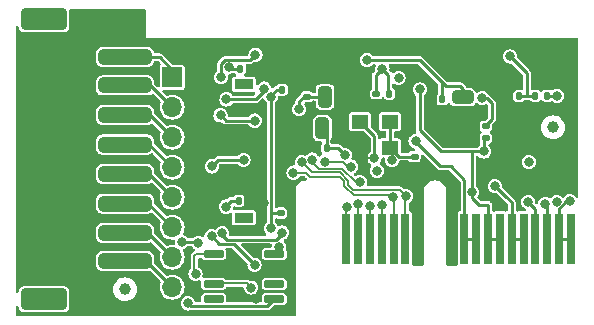
<source format=gbr>
%TF.GenerationSoftware,KiCad,Pcbnew,8.0.5*%
%TF.CreationDate,2024-11-08T07:47:22+00:00*%
%TF.ProjectId,ADE_Aux_V4,4144455f-4175-4785-9f56-342e6b696361,rev?*%
%TF.SameCoordinates,Original*%
%TF.FileFunction,Copper,L4,Bot*%
%TF.FilePolarity,Positive*%
%FSLAX46Y46*%
G04 Gerber Fmt 4.6, Leading zero omitted, Abs format (unit mm)*
G04 Created by KiCad (PCBNEW 8.0.5) date 2024-11-08 07:47:22*
%MOMM*%
%LPD*%
G01*
G04 APERTURE LIST*
G04 Aperture macros list*
%AMRoundRect*
0 Rectangle with rounded corners*
0 $1 Rounding radius*
0 $2 $3 $4 $5 $6 $7 $8 $9 X,Y pos of 4 corners*
0 Add a 4 corners polygon primitive as box body*
4,1,4,$2,$3,$4,$5,$6,$7,$8,$9,$2,$3,0*
0 Add four circle primitives for the rounded corners*
1,1,$1+$1,$2,$3*
1,1,$1+$1,$4,$5*
1,1,$1+$1,$6,$7*
1,1,$1+$1,$8,$9*
0 Add four rect primitives between the rounded corners*
20,1,$1+$1,$2,$3,$4,$5,0*
20,1,$1+$1,$4,$5,$6,$7,0*
20,1,$1+$1,$6,$7,$8,$9,0*
20,1,$1+$1,$8,$9,$2,$3,0*%
G04 Aperture macros list end*
%TA.AperFunction,ComponentPad*%
%ADD10C,0.600000*%
%TD*%
%TA.AperFunction,SMDPad,CuDef*%
%ADD11R,1.600000X0.900000*%
%TD*%
%TA.AperFunction,SMDPad,CuDef*%
%ADD12C,1.000000*%
%TD*%
%TA.AperFunction,SMDPad,CuDef*%
%ADD13RoundRect,0.250000X0.325000X0.650000X-0.325000X0.650000X-0.325000X-0.650000X0.325000X-0.650000X0*%
%TD*%
%TA.AperFunction,SMDPad,CuDef*%
%ADD14R,1.400000X1.200000*%
%TD*%
%TA.AperFunction,SMDPad,CuDef*%
%ADD15RoundRect,0.325000X1.925000X-0.325000X1.925000X0.325000X-1.925000X0.325000X-1.925000X-0.325000X0*%
%TD*%
%TA.AperFunction,SMDPad,CuDef*%
%ADD16RoundRect,0.300001X1.649999X-0.599999X1.649999X0.599999X-1.649999X0.599999X-1.649999X-0.599999X0*%
%TD*%
%TA.AperFunction,ComponentPad*%
%ADD17R,1.700000X1.700000*%
%TD*%
%TA.AperFunction,ComponentPad*%
%ADD18O,1.700000X1.700000*%
%TD*%
%TA.AperFunction,SMDPad,CuDef*%
%ADD19RoundRect,0.140000X0.140000X0.170000X-0.140000X0.170000X-0.140000X-0.170000X0.140000X-0.170000X0*%
%TD*%
%TA.AperFunction,SMDPad,CuDef*%
%ADD20RoundRect,0.140000X0.170000X-0.140000X0.170000X0.140000X-0.170000X0.140000X-0.170000X-0.140000X0*%
%TD*%
%TA.AperFunction,SMDPad,CuDef*%
%ADD21RoundRect,0.140000X-0.140000X-0.170000X0.140000X-0.170000X0.140000X0.170000X-0.140000X0.170000X0*%
%TD*%
%TA.AperFunction,SMDPad,CuDef*%
%ADD22RoundRect,0.135000X-0.135000X-0.185000X0.135000X-0.185000X0.135000X0.185000X-0.135000X0.185000X0*%
%TD*%
%TA.AperFunction,SMDPad,CuDef*%
%ADD23RoundRect,0.250000X-0.650000X0.325000X-0.650000X-0.325000X0.650000X-0.325000X0.650000X0.325000X0*%
%TD*%
%TA.AperFunction,ConnectorPad*%
%ADD24R,0.700000X4.300000*%
%TD*%
%TA.AperFunction,SMDPad,CuDef*%
%ADD25RoundRect,0.140000X-0.170000X0.140000X-0.170000X-0.140000X0.170000X-0.140000X0.170000X0.140000X0*%
%TD*%
%TA.AperFunction,SMDPad,CuDef*%
%ADD26RoundRect,0.135000X-0.185000X0.135000X-0.185000X-0.135000X0.185000X-0.135000X0.185000X0.135000X0*%
%TD*%
%TA.AperFunction,SMDPad,CuDef*%
%ADD27RoundRect,0.150000X-0.725000X-0.150000X0.725000X-0.150000X0.725000X0.150000X-0.725000X0.150000X0*%
%TD*%
%TA.AperFunction,SMDPad,CuDef*%
%ADD28RoundRect,0.250000X-0.325000X-0.650000X0.325000X-0.650000X0.325000X0.650000X-0.325000X0.650000X0*%
%TD*%
%TA.AperFunction,ViaPad*%
%ADD29C,0.800000*%
%TD*%
%TA.AperFunction,Conductor*%
%ADD30C,0.250000*%
%TD*%
%TA.AperFunction,Conductor*%
%ADD31C,0.200000*%
%TD*%
G04 APERTURE END LIST*
D10*
%TO.P,U3,9,PAD*%
%TO.N,/UM*%
X-1180000Y36100000D03*
D11*
X-680000Y36100000D03*
D10*
X-180000Y36100000D03*
%TD*%
%TO.P,U1,9,PAD*%
%TO.N,/UM*%
X-1180000Y24810000D03*
D11*
X-680000Y24810000D03*
D10*
X-180000Y24810000D03*
%TD*%
D12*
%TO.P,FID3,*%
%TO.N,*%
X-10744200Y18745200D03*
%TD*%
D13*
%TO.P,C20,1*%
%TO.N,/AVDDOUT*%
X5975000Y32375000D03*
%TO.P,C20,2*%
%TO.N,GND*%
X3025000Y32375000D03*
%TD*%
D14*
%TO.P,Y2,1,TRI-STATE*%
%TO.N,+3V3*%
X11707500Y30725000D03*
%TO.P,Y2,2,GND*%
%TO.N,GND*%
X9167500Y30725000D03*
%TO.P,Y2,3,OUTPUT*%
%TO.N,/O_IN*%
X9167500Y32925000D03*
%TO.P,Y2,4,VDD*%
%TO.N,+3V3*%
X11707500Y32925000D03*
%TD*%
D15*
%TO.P,J1,1,Pin_1*%
%TO.N,/RRP*%
X-10750000Y38400000D03*
%TO.P,J1,2,Pin_2*%
%TO.N,/RRM*%
X-10750000Y36000000D03*
%TO.P,J1,3,Pin_3*%
%TO.N,/RSP*%
X-10750000Y33500000D03*
%TO.P,J1,4,Pin_4*%
%TO.N,/RSM*%
X-10750000Y31000000D03*
%TO.P,J1,5,Pin_5*%
%TO.N,/RTP*%
X-10750000Y28500000D03*
%TO.P,J1,6,Pin_6*%
%TO.N,/RTM*%
X-10750000Y26000000D03*
%TO.P,J1,7,Pin_7*%
%TO.N,/RNP*%
X-10750000Y23500000D03*
%TO.P,J1,8,Pin_8*%
%TO.N,/RNM*%
X-10750000Y21125000D03*
D16*
%TO.P,J1,MP*%
%TO.N,N/C*%
X-17600000Y17900000D03*
X-17600000Y41600000D03*
%TD*%
D17*
%TO.P,J15,1,Pin_1*%
%TO.N,/RRP*%
X-6750200Y36692980D03*
D18*
%TO.P,J15,2,Pin_2*%
%TO.N,/RRM*%
X-6750200Y34152980D03*
%TO.P,J15,3,Pin_3*%
%TO.N,/RSP*%
X-6750200Y31612980D03*
%TO.P,J15,4,Pin_4*%
%TO.N,/RSM*%
X-6750200Y29072980D03*
%TO.P,J15,5,Pin_5*%
%TO.N,/RTP*%
X-6750200Y26532980D03*
%TO.P,J15,6,Pin_6*%
%TO.N,/RTM*%
X-6750200Y23992980D03*
%TO.P,J15,7,Pin_7*%
%TO.N,/RNP*%
X-6750200Y21452980D03*
%TO.P,J15,8,Pin_8*%
%TO.N,/RNM*%
X-6750200Y18912980D03*
%TD*%
D19*
%TO.P,C28,1*%
%TO.N,GND*%
X-28000Y37388800D03*
%TO.P,C28,2*%
%TO.N,+3V3*%
X-988000Y37388800D03*
%TD*%
%TO.P,C30,1*%
%TO.N,GND*%
X3530600Y35636200D03*
%TO.P,C30,2*%
%TO.N,/UM*%
X2570600Y35636200D03*
%TD*%
D20*
%TO.P,C23,1*%
%TO.N,/REF*%
X4648200Y35054600D03*
%TO.P,C23,2*%
%TO.N,GND*%
X4648200Y36014600D03*
%TD*%
D21*
%TO.P,C15,1*%
%TO.N,+3V3*%
X11638400Y35306000D03*
%TO.P,C15,2*%
%TO.N,GND*%
X12598400Y35306000D03*
%TD*%
D22*
%TO.P,R1,1*%
%TO.N,/ADE_Reset*%
X24001000Y35128200D03*
%TO.P,R1,2*%
%TO.N,+3V3*%
X25021000Y35128200D03*
%TD*%
D23*
%TO.P,C22,1*%
%TO.N,/DVDDOUT*%
X17856200Y35003000D03*
%TO.P,C22,2*%
%TO.N,GND*%
X17856200Y32053000D03*
%TD*%
D19*
%TO.P,C27,1*%
%TO.N,GND*%
X-152400Y26238200D03*
%TO.P,C27,2*%
%TO.N,+3V3*%
X-1112400Y26238200D03*
%TD*%
%TO.P,C1,1*%
%TO.N,/ADE_Reset*%
X22603400Y35102800D03*
%TO.P,C1,2*%
%TO.N,GND*%
X21643400Y35102800D03*
%TD*%
D24*
%TO.P,J2,B1*%
%TO.N,+3V3*%
X27000000Y23000000D03*
%TO.P,J2,B2*%
X26000000Y23000000D03*
%TO.P,J2,B3*%
%TO.N,/ADE_Reset*%
X25000000Y23000000D03*
%TO.P,J2,B4*%
%TO.N,/SYN*%
X24000000Y23000000D03*
%TO.P,J2,B5*%
%TO.N,/SCLK*%
X23000000Y23000000D03*
%TO.P,J2,B6*%
X22000000Y23000000D03*
%TO.P,J2,B7*%
%TO.N,/MOSI*%
X21000000Y23000000D03*
%TO.P,J2,B8*%
X20000000Y23000000D03*
%TO.P,J2,B9*%
%TO.N,/SS*%
X19000000Y23000000D03*
%TO.P,J2,B10*%
X18000000Y23000000D03*
%TO.P,J2,B11*%
%TO.N,GND*%
X17000000Y23000000D03*
%TO.P,J2,B12*%
X14000000Y23000000D03*
%TO.P,J2,B13*%
%TO.N,/UR-*%
X13000000Y23000000D03*
%TO.P,J2,B14*%
%TO.N,/UR+*%
X12000000Y23000000D03*
%TO.P,J2,B15*%
%TO.N,/US-*%
X11000000Y23000000D03*
%TO.P,J2,B16*%
%TO.N,/US+*%
X10000000Y23000000D03*
%TO.P,J2,B17*%
%TO.N,/UT-*%
X9000000Y23000000D03*
%TO.P,J2,B18*%
%TO.N,/UT+*%
X8000000Y23000000D03*
%TD*%
D25*
%TO.P,C17,1*%
%TO.N,+3V3*%
X10541000Y35303400D03*
%TO.P,C17,2*%
%TO.N,GND*%
X10541000Y34343400D03*
%TD*%
%TO.P,C14,1*%
%TO.N,+3V3*%
X13775000Y29980000D03*
%TO.P,C14,2*%
%TO.N,GND*%
X13775000Y29020000D03*
%TD*%
D26*
%TO.P,R27,1*%
%TO.N,+3V3*%
X19812000Y32539400D03*
%TO.P,R27,2*%
%TO.N,/MOSI*%
X19812000Y31519400D03*
%TD*%
D25*
%TO.P,C29,1*%
%TO.N,GND*%
X2438400Y26159400D03*
%TO.P,C29,2*%
%TO.N,/UM*%
X2438400Y25199400D03*
%TD*%
D19*
%TO.P,C19,1*%
%TO.N,/AVDDOUT*%
X6322000Y30683200D03*
%TO.P,C19,2*%
%TO.N,GND*%
X5362000Y30683200D03*
%TD*%
D27*
%TO.P,U4,1,NC*%
%TO.N,unconnected-(U4-NC-Pad1)*%
X-3235000Y17925000D03*
%TO.P,U4,2,CAP+*%
%TO.N,/C+*%
X-3235000Y19195000D03*
%TO.P,U4,3,GND*%
%TO.N,GND*%
X-3235000Y20465000D03*
%TO.P,U4,4,CAP-*%
%TO.N,/C-*%
X-3235000Y21735000D03*
%TO.P,U4,5,VOUT*%
%TO.N,/UM*%
X1915000Y21735000D03*
%TO.P,U4,6,LV*%
%TO.N,GND*%
X1915000Y20465000D03*
%TO.P,U4,7,OSC*%
%TO.N,unconnected-(U4-OSC-Pad7)*%
X1915000Y19195000D03*
%TO.P,U4,8,V+*%
%TO.N,+3V3*%
X1915000Y17925000D03*
%TD*%
D12*
%TO.P,FID2,*%
%TO.N,*%
X25501600Y32461200D03*
%TD*%
D28*
%TO.P,C24,1*%
%TO.N,/REF*%
X6195800Y35026600D03*
%TO.P,C24,2*%
%TO.N,GND*%
X9145800Y35026600D03*
%TD*%
D19*
%TO.P,C21,1*%
%TO.N,/DVDDOUT*%
X16126400Y34823400D03*
%TO.P,C21,2*%
%TO.N,GND*%
X15166400Y34823400D03*
%TD*%
D29*
%TO.N,GND*%
X-11020000Y41360000D03*
X26593800Y39192200D03*
X-18640000Y36280000D03*
X-16100000Y33740000D03*
X16459200Y28346400D03*
X-5940000Y38820000D03*
X4430000Y37400000D03*
X-3400000Y31200000D03*
X-14440000Y37200000D03*
X-14100000Y23060000D03*
X-18640000Y28660000D03*
X24540000Y33740000D03*
X-18640000Y26120000D03*
X26339800Y31191200D03*
X4428453Y33111500D03*
X17170400Y25933400D03*
X-16100000Y36280000D03*
X-13450000Y18140000D03*
X-16100000Y23580000D03*
X24540000Y38820000D03*
X390000Y17940000D03*
X9457677Y29825500D03*
X13716000Y27940000D03*
X-16100000Y38820000D03*
X5540000Y38930000D03*
X-13560000Y41360000D03*
X-18640000Y31200000D03*
X22000000Y28660000D03*
X24540000Y36280000D03*
X-16100000Y31200000D03*
X-18640000Y21040000D03*
X-2870200Y39344600D03*
X12598400Y31826200D03*
X-16100000Y26120000D03*
X13868400Y25857200D03*
X24540000Y31200000D03*
X11836400Y28092400D03*
X-18640000Y33740000D03*
X12954000Y28930600D03*
X1001000Y26060000D03*
X3429000Y37338000D03*
X670000Y28320000D03*
X-16100000Y21040000D03*
X19460000Y33740000D03*
X11836400Y34137600D03*
X-5230000Y25880000D03*
X660000Y31690000D03*
X-18640000Y38820000D03*
X-16100000Y28660000D03*
X-860000Y31200000D03*
X1850000Y39045500D03*
X-18640000Y23580000D03*
X26517600Y33604200D03*
X-14520000Y29090000D03*
%TO.N,+3V3*%
X19507200Y34950400D03*
X11861800Y29667200D03*
X11050000Y37425000D03*
X10575000Y28775000D03*
X-2190000Y25740000D03*
X26924000Y26187400D03*
X25806400Y26111200D03*
X-5420000Y17550000D03*
X-1975500Y37553372D03*
X25831800Y35128200D03*
X23444200Y29514800D03*
%TO.N,/AVDDOUT*%
X7863900Y30124400D03*
%TO.N,/DVDDOUT*%
X9753600Y38150800D03*
%TO.N,/REF*%
X4013200Y33985200D03*
%TO.N,/ISP*%
X1040000Y35730000D03*
X-2150000Y34820000D03*
%TO.N,/INP*%
X2550000Y23540000D03*
X-2510000Y23480000D03*
%TO.N,/UR+*%
X11970000Y26540000D03*
X3524020Y28620000D03*
%TO.N,/US+*%
X10000000Y25800000D03*
X9143911Y27833911D03*
X5100000Y29720000D03*
%TO.N,/UT+*%
X8050000Y25740000D03*
%TO.N,/ADE_Reset*%
X21869400Y38455600D03*
X24841200Y25958800D03*
%TO.N,/O_IN*%
X10375000Y29850000D03*
%TO.N,Net-(U1A--)*%
X-3410000Y23230000D03*
X230000Y20824500D03*
%TO.N,Net-(U3A--)*%
X260000Y33020000D03*
X-2650000Y33470000D03*
%TO.N,Net-(U1B--)*%
X-700000Y29710000D03*
X-3390000Y29150000D03*
%TO.N,/SCLK*%
X20570000Y27480000D03*
%TO.N,/MOSI*%
X14230000Y35660000D03*
X18630000Y26960000D03*
X19650000Y30410000D03*
%TO.N,/SS*%
X12420000Y36650000D03*
X13868400Y31292800D03*
%TO.N,/RN*%
X-5934500Y22738843D03*
X-4520000Y22670000D03*
%TO.N,Net-(U3B--)*%
X309163Y38610563D03*
X-2600000Y36690000D03*
%TO.N,/UM*%
X1610000Y23910000D03*
X1625500Y35047145D03*
X2277484Y22357547D03*
%TO.N,/C+*%
X-70000Y18890000D03*
%TO.N,/UR-*%
X4230000Y29490000D03*
X13040000Y26640000D03*
%TO.N,/US-*%
X11000000Y25870000D03*
X6182300Y29546200D03*
X8393411Y29123411D03*
%TO.N,/UT-*%
X9020000Y25950000D03*
%TO.N,/C-*%
X-4765656Y20033911D03*
%TO.N,/SYN*%
X23393400Y26136600D03*
%TD*%
D30*
%TO.N,GND*%
X3050600Y26159400D02*
X2438400Y26159400D01*
X3352800Y20904200D02*
X3352800Y25857200D01*
X3352800Y25857200D02*
X3050600Y26159400D01*
X13775000Y29020000D02*
X13043400Y29020000D01*
X9167500Y30725000D02*
X9167500Y30115677D01*
X2913600Y20465000D02*
X3352800Y20904200D01*
X17000000Y23000000D02*
X17000000Y25763000D01*
X3025000Y32375000D02*
X3691953Y32375000D01*
X14000000Y23000000D02*
X14000000Y25725600D01*
X-152400Y26238200D02*
X822800Y26238200D01*
X1915000Y20465000D02*
X2913600Y20465000D01*
X13043400Y29020000D02*
X12954000Y28930600D01*
X5616000Y30708600D02*
X5616000Y30502800D01*
X14000000Y25725600D02*
X13868400Y25857200D01*
X17000000Y25763000D02*
X17170400Y25933400D01*
X3691953Y32375000D02*
X4428453Y33111500D01*
X9167500Y30925000D02*
X9300000Y30925000D01*
X822800Y26238200D02*
X1001000Y26060000D01*
%TO.N,+3V3*%
X11050000Y37425000D02*
X11557000Y36918000D01*
X-1810928Y37388800D02*
X-1975500Y37553372D01*
X11707500Y32925000D02*
X11707500Y30725000D01*
X25021000Y35128200D02*
X25831800Y35128200D01*
X11050000Y37425000D02*
X10515600Y36890600D01*
X11707500Y30725000D02*
X11861800Y30570700D01*
X20320000Y34518600D02*
X19888200Y34950400D01*
X-988000Y37388800D02*
X-1810928Y37388800D01*
X-2190000Y25826200D02*
X-1778000Y26238200D01*
X12452500Y29980000D02*
X11707500Y30725000D01*
X19888200Y34950400D02*
X19507200Y34950400D01*
X19812000Y32613600D02*
X20320000Y33121600D01*
X19812000Y32539400D02*
X19812000Y32613600D01*
X20320000Y33121600D02*
X20320000Y34518600D01*
X11557000Y35387400D02*
X11638400Y35306000D01*
X-1778000Y26238200D02*
X-1112400Y26238200D01*
X1320000Y17300000D02*
X-5170000Y17300000D01*
X-5170000Y17300000D02*
X-5420000Y17550000D01*
X1915000Y17925000D02*
X1915000Y17895000D01*
X27000000Y23000000D02*
X26000000Y23000000D01*
X11557000Y36918000D02*
X11557000Y35387400D01*
X10515600Y35328800D02*
X10541000Y35303400D01*
X10515600Y36890600D02*
X10515600Y35328800D01*
X26000000Y25575000D02*
X26550000Y26125000D01*
X11861800Y30570700D02*
X11861800Y29667200D01*
X13775000Y29980000D02*
X12452500Y29980000D01*
X26000000Y23000000D02*
X26000000Y25575000D01*
X1915000Y17895000D02*
X1320000Y17300000D01*
X-2190000Y25740000D02*
X-2190000Y25826200D01*
%TO.N,/AVDDOUT*%
X5975000Y32099600D02*
X6324600Y31750000D01*
X6322000Y30683200D02*
X7305100Y30683200D01*
X5975000Y32375000D02*
X5975000Y32099600D01*
X7305100Y30683200D02*
X7863900Y30124400D01*
X6324600Y31750000D02*
X6324600Y30685800D01*
X6324600Y30685800D02*
X6322000Y30683200D01*
%TO.N,/DVDDOUT*%
X14198600Y38150800D02*
X16090900Y36258500D01*
X16126400Y34823400D02*
X16126400Y36223000D01*
X16126400Y36223000D02*
X16090900Y36258500D01*
X16408400Y35941000D02*
X17653000Y35941000D01*
X17856200Y35737800D02*
X17856200Y35003000D01*
X16090900Y36258500D02*
X16408400Y35941000D01*
X17653000Y35941000D02*
X17856200Y35737800D01*
X9753600Y38150800D02*
X14198600Y38150800D01*
%TO.N,/REF*%
X4422200Y35054600D02*
X4648200Y35054600D01*
X6167800Y35054600D02*
X6195800Y35026600D01*
X4648200Y35054600D02*
X6167800Y35054600D01*
X4013200Y34645600D02*
X4422200Y35054600D01*
X4013200Y33985200D02*
X4013200Y34645600D01*
%TO.N,/ISP*%
X1040000Y35730000D02*
X1040000Y35550000D01*
X1040000Y35550000D02*
X310000Y34820000D01*
X310000Y34820000D02*
X-2150000Y34820000D01*
%TO.N,/INP*%
X-2510000Y23360000D02*
X-2100000Y22950000D01*
X-2100000Y22950000D02*
X2080000Y22950000D01*
X2080000Y22950000D02*
X2550000Y23420000D01*
X-2510000Y23480000D02*
X-2510000Y23360000D01*
X2550000Y23420000D02*
X2550000Y23540000D01*
D31*
%TO.N,/UR+*%
X4950000Y28270000D02*
X7426414Y28270000D01*
X8640000Y26690000D02*
X7818207Y27511793D01*
X12000000Y26510000D02*
X11970000Y26540000D01*
X3524020Y28620000D02*
X4600000Y28620000D01*
X11970000Y26540000D02*
X11820000Y26690000D01*
X4600000Y28620000D02*
X4950000Y28270000D01*
X11820000Y26690000D02*
X8640000Y26690000D01*
X7818207Y27511793D02*
X7818207Y27878207D01*
X12000000Y23000000D02*
X12000000Y26510000D01*
X7426414Y28270000D02*
X7818207Y27878207D01*
%TO.N,/US+*%
X5100000Y29540000D02*
X5100000Y29720000D01*
X9143911Y27833911D02*
X8786089Y27833911D01*
X8786089Y27833911D02*
X7673311Y28946689D01*
X7673311Y28946689D02*
X5693311Y28946689D01*
X10000000Y23000000D02*
X10000000Y25800000D01*
X5693311Y28946689D02*
X5100000Y29540000D01*
D30*
%TO.N,/RSP*%
X-6750200Y31612980D02*
X-8637220Y33500000D01*
%TO.N,/RSM*%
X-6750200Y29072980D02*
X-8677220Y31000000D01*
%TO.N,/RTP*%
X-6750200Y26532980D02*
X-8717220Y28500000D01*
%TO.N,/RTM*%
X-6750200Y23992980D02*
X-8757220Y26000000D01*
%TO.N,/RRP*%
X-6750200Y37350200D02*
X-7800000Y38400000D01*
X-7800000Y38400000D02*
X-10750000Y38400000D01*
X-6750200Y36692980D02*
X-6750200Y37350200D01*
%TO.N,/RRM*%
X-8370000Y35780000D02*
X-8370000Y35772780D01*
X-8370000Y35772780D02*
X-6750200Y34152980D01*
X-8590000Y36000000D02*
X-8370000Y35780000D01*
X-10750000Y36000000D02*
X-8590000Y36000000D01*
%TO.N,/RNP*%
X-6750200Y21452980D02*
X-8797220Y23500000D01*
%TO.N,/RNM*%
X-6750200Y18912980D02*
X-8962220Y21125000D01*
D31*
%TO.N,/UT+*%
X8000000Y23000000D02*
X8000000Y25690000D01*
X8000000Y25690000D02*
X8050000Y25740000D01*
D30*
%TO.N,/ADE_Reset*%
X25000000Y23000000D02*
X25000000Y25800000D01*
X23269000Y37056000D02*
X23269000Y35128200D01*
X25000000Y25800000D02*
X24841200Y25958800D01*
X23243600Y35102800D02*
X23269000Y35128200D01*
X23269000Y35128200D02*
X24001000Y35128200D01*
X21869400Y38455600D02*
X23269000Y37056000D01*
X22603400Y35102800D02*
X23243600Y35102800D01*
%TO.N,/O_IN*%
X10375000Y29850000D02*
X10375000Y31717500D01*
X10375000Y31717500D02*
X9167500Y32925000D01*
%TO.N,Net-(U1A--)*%
X-3410000Y23230000D02*
X-2780480Y22600480D01*
X-1545980Y22600480D02*
X230000Y20824500D01*
X-2780480Y22600480D02*
X-1545980Y22600480D01*
%TO.N,Net-(U3A--)*%
X-2200000Y33020000D02*
X-2650000Y33470000D01*
X260000Y33020000D02*
X-2200000Y33020000D01*
%TO.N,Net-(U1B--)*%
X-2830000Y29710000D02*
X-3390000Y29150000D01*
X-700000Y29710000D02*
X-2830000Y29710000D01*
%TO.N,/SCLK*%
X22000000Y26100000D02*
X22000000Y23000000D01*
X20620000Y27480000D02*
X20570000Y27480000D01*
X21545000Y26555000D02*
X22000000Y26100000D01*
X23000000Y23000000D02*
X22000000Y23000000D01*
X21545000Y26555000D02*
X20620000Y27480000D01*
%TO.N,/MOSI*%
X20000000Y25875000D02*
X19225000Y25875000D01*
X20000000Y23000000D02*
X21000000Y23000000D01*
X18630000Y26470000D02*
X18630000Y26960000D01*
X19650000Y31357400D02*
X19812000Y31519400D01*
X19225000Y25875000D02*
X18630000Y26470000D01*
X19650000Y30410000D02*
X19650000Y31357400D01*
X14230000Y35660000D02*
X14230000Y32200000D01*
X20000000Y23000000D02*
X20000000Y25875000D01*
X14230000Y32200000D02*
X16020000Y30410000D01*
X17290000Y30410000D02*
X18670000Y30410000D01*
X18670000Y30410000D02*
X19650000Y30410000D01*
X16020000Y30410000D02*
X17290000Y30410000D01*
X18630000Y26960000D02*
X18630000Y30370000D01*
X18630000Y30370000D02*
X18670000Y30410000D01*
%TO.N,/SS*%
X16825000Y29150000D02*
X15925000Y29150000D01*
X19000000Y23000000D02*
X18000000Y23000000D01*
X14327500Y30747500D02*
X14000000Y31075000D01*
X13868400Y31292800D02*
X13868400Y31206600D01*
X18000000Y27975000D02*
X16825000Y29150000D01*
X13868400Y31206600D02*
X14327500Y30747500D01*
X15925000Y29150000D02*
X14327500Y30747500D01*
X18000000Y23000000D02*
X18000000Y27975000D01*
%TO.N,/RN*%
X-4520000Y22670000D02*
X-4590000Y22740000D01*
X-5933343Y22740000D02*
X-5934500Y22738843D01*
X-4590000Y22740000D02*
X-5933343Y22740000D01*
%TO.N,Net-(U3B--)*%
X-2600000Y37812065D02*
X-2234182Y38177883D01*
X-123517Y38177883D02*
X309163Y38610563D01*
X-2600000Y36690000D02*
X-2600000Y37812065D01*
X-2234182Y38177883D02*
X-123517Y38177883D01*
%TO.N,/UM*%
X1625500Y35153500D02*
X2108200Y35636200D01*
X1625500Y25298500D02*
X1625500Y23925500D01*
X2277484Y22357547D02*
X2277484Y22097484D01*
X1625500Y35047145D02*
X1625500Y25298500D01*
X2277484Y22097484D02*
X1915000Y21735000D01*
X2108200Y35636200D02*
X2570600Y35636200D01*
X2438400Y25199400D02*
X1724600Y25199400D01*
X1625500Y35047145D02*
X1625500Y35153500D01*
X1724600Y25199400D02*
X1625500Y25298500D01*
X1625500Y23925500D02*
X1610000Y23910000D01*
D31*
%TO.N,/C+*%
X-70000Y18890000D02*
X-420000Y19240000D01*
X-420000Y19240000D02*
X-3190000Y19240000D01*
X-3190000Y19240000D02*
X-3235000Y19195000D01*
%TO.N,/UR-*%
X13000000Y23000000D02*
X13000000Y26600000D01*
X13040000Y26640000D02*
X12520000Y27160000D01*
X7472831Y28647169D02*
X5072831Y28647169D01*
X8600000Y27160000D02*
X8170000Y27590000D01*
X13000000Y26600000D02*
X13040000Y26640000D01*
X12520000Y27160000D02*
X8600000Y27160000D01*
X5072831Y28647169D02*
X4230000Y29490000D01*
X8170000Y27590000D02*
X8170000Y27950000D01*
X8170000Y27950000D02*
X7472831Y28647169D01*
%TO.N,/US-*%
X8540000Y29270000D02*
X8393411Y29123411D01*
X7683800Y29546200D02*
X7960000Y29270000D01*
X7960000Y29270000D02*
X8540000Y29270000D01*
X11000000Y25870000D02*
X11000000Y23000000D01*
X6182300Y29546200D02*
X7683800Y29546200D01*
%TO.N,/UT-*%
X9020000Y25950000D02*
X9000000Y25930000D01*
X9000000Y25930000D02*
X9000000Y23550000D01*
%TO.N,/C-*%
X-4880000Y20148255D02*
X-4880000Y21550000D01*
X-4880000Y21550000D02*
X-4740000Y21690000D01*
X-4765656Y20033911D02*
X-4880000Y20148255D01*
X-4740000Y21690000D02*
X-3280000Y21690000D01*
X-3280000Y21690000D02*
X-3235000Y21735000D01*
D30*
%TO.N,/SYN*%
X24000000Y25530000D02*
X24000000Y23000000D01*
X23393400Y26136600D02*
X24000000Y25530000D01*
%TD*%
%TA.AperFunction,Conductor*%
%TO.N,GND*%
G36*
X-9057879Y42479998D02*
G01*
X-9011386Y42426342D01*
X-9000000Y42374000D01*
X-9000000Y40000000D01*
X27524000Y40000000D01*
X27592121Y39979998D01*
X27638614Y39926342D01*
X27650000Y39874000D01*
X27650000Y26598872D01*
X27629998Y26530751D01*
X27576342Y26484258D01*
X27506068Y26474154D01*
X27441488Y26503648D01*
X27424040Y26522164D01*
X27352282Y26615682D01*
X27226841Y26711936D01*
X27080762Y26772444D01*
X26924000Y26793082D01*
X26767238Y26772444D01*
X26621159Y26711936D01*
X26495718Y26615682D01*
X26495716Y26615680D01*
X26495715Y26615679D01*
X26435926Y26537761D01*
X26378588Y26495894D01*
X26307717Y26491672D01*
X26245814Y26526436D01*
X26236007Y26537754D01*
X26234682Y26539482D01*
X26109241Y26635736D01*
X25963162Y26696244D01*
X25806400Y26716882D01*
X25649638Y26696244D01*
X25503559Y26635736D01*
X25378118Y26539482D01*
X25378116Y26539480D01*
X25378115Y26539479D01*
X25340958Y26491055D01*
X25283620Y26449188D01*
X25212749Y26444966D01*
X25164293Y26467795D01*
X25144041Y26483336D01*
X24997962Y26543844D01*
X24841200Y26564482D01*
X24684438Y26543844D01*
X24538359Y26483336D01*
X24412918Y26387082D01*
X24318884Y26264534D01*
X24316665Y26261642D01*
X24316663Y26261639D01*
X24256155Y26115560D01*
X24245136Y26031857D01*
X24216414Y25966929D01*
X24157148Y25927838D01*
X24086157Y25926993D01*
X24031127Y25959199D01*
X24026114Y25964211D01*
X23992085Y26026517D01*
X23990281Y26069755D01*
X23999082Y26136600D01*
X23978444Y26293362D01*
X23917936Y26439441D01*
X23821682Y26564882D01*
X23696241Y26661136D01*
X23550162Y26721644D01*
X23393400Y26742282D01*
X23236638Y26721644D01*
X23090559Y26661136D01*
X22965118Y26564882D01*
X22868865Y26439442D01*
X22868863Y26439439D01*
X22808355Y26293360D01*
X22787718Y26136600D01*
X22787718Y26136599D01*
X22808355Y25979839D01*
X22868863Y25833760D01*
X22868865Y25833757D01*
X22965118Y25708318D01*
X23090557Y25612065D01*
X23090558Y25612064D01*
X23090559Y25612064D01*
X23136806Y25592907D01*
X23192085Y25548360D01*
X23214506Y25480997D01*
X23196948Y25412206D01*
X23144985Y25363827D01*
X23088586Y25350500D01*
X22630252Y25350500D01*
X22571769Y25338867D01*
X22570813Y25338228D01*
X22570002Y25337686D01*
X22565566Y25336297D01*
X22560306Y25334118D01*
X22560110Y25334588D01*
X22502249Y25316471D01*
X22433782Y25335254D01*
X22429998Y25337686D01*
X22428231Y25338867D01*
X22427208Y25339070D01*
X22426920Y25339128D01*
X22424333Y25340481D01*
X22416763Y25343617D01*
X22417043Y25344294D01*
X22364010Y25372035D01*
X22328877Y25433729D01*
X22325500Y25462707D01*
X22325500Y26142851D01*
X22325500Y26142853D01*
X22323579Y26150021D01*
X22303318Y26225639D01*
X22260465Y26299862D01*
X21744862Y26815465D01*
X21734495Y26825832D01*
X21734485Y26825839D01*
X21208523Y27351801D01*
X21174499Y27414111D01*
X21172698Y27457337D01*
X21175682Y27480000D01*
X21155044Y27636762D01*
X21094536Y27782841D01*
X20998282Y27908282D01*
X20872841Y28004536D01*
X20726762Y28065044D01*
X20570000Y28085682D01*
X20413238Y28065044D01*
X20267159Y28004536D01*
X20141718Y27908282D01*
X20084651Y27833910D01*
X20045465Y27782842D01*
X20045463Y27782839D01*
X19984955Y27636760D01*
X19964318Y27480000D01*
X19964318Y27479999D01*
X19984955Y27323239D01*
X20045463Y27177160D01*
X20045465Y27177157D01*
X20141718Y27051718D01*
X20267157Y26955465D01*
X20267160Y26955463D01*
X20413239Y26894955D01*
X20570000Y26874318D01*
X20570001Y26874318D01*
X20681024Y26888934D01*
X20751173Y26877994D01*
X20786565Y26853108D01*
X21284533Y26355140D01*
X21637595Y26002078D01*
X21671621Y25939766D01*
X21674500Y25912983D01*
X21674500Y25462707D01*
X21654498Y25394586D01*
X21600842Y25348093D01*
X21573080Y25339128D01*
X21572721Y25339056D01*
X21571769Y25338867D01*
X21570813Y25338228D01*
X21570002Y25337686D01*
X21565566Y25336297D01*
X21560306Y25334118D01*
X21560110Y25334588D01*
X21502249Y25316471D01*
X21433782Y25335254D01*
X21429998Y25337686D01*
X21428231Y25338867D01*
X21369748Y25350500D01*
X20630252Y25350500D01*
X20571769Y25338867D01*
X20570813Y25338228D01*
X20570002Y25337686D01*
X20565566Y25336297D01*
X20560306Y25334118D01*
X20560110Y25334588D01*
X20502249Y25316471D01*
X20433782Y25335254D01*
X20429998Y25337686D01*
X20428231Y25338867D01*
X20427208Y25339070D01*
X20426920Y25339128D01*
X20424333Y25340481D01*
X20416763Y25343617D01*
X20417043Y25344294D01*
X20364010Y25372035D01*
X20328877Y25433729D01*
X20325500Y25462707D01*
X20325500Y25917851D01*
X20325500Y25917853D01*
X20303318Y26000638D01*
X20297923Y26009982D01*
X20260467Y26074858D01*
X20260465Y26074862D01*
X20199862Y26135465D01*
X20141928Y26168913D01*
X20125642Y26178316D01*
X20125641Y26178316D01*
X20125638Y26178318D01*
X20042853Y26200500D01*
X20042851Y26200500D01*
X19412018Y26200500D01*
X19343897Y26220502D01*
X19322923Y26237404D01*
X19290189Y26270138D01*
X19123531Y26436794D01*
X19089508Y26499104D01*
X19094572Y26569920D01*
X19112665Y26602592D01*
X19122707Y26615679D01*
X19154536Y26657159D01*
X19215044Y26803238D01*
X19235682Y26960000D01*
X19215044Y27116762D01*
X19154536Y27262841D01*
X19058282Y27388282D01*
X19004796Y27429322D01*
X18962929Y27486659D01*
X18955500Y27529285D01*
X18955500Y29514800D01*
X22838518Y29514800D01*
X22838518Y29514799D01*
X22859155Y29358039D01*
X22919663Y29211960D01*
X22919665Y29211957D01*
X23015918Y29086518D01*
X23141357Y28990265D01*
X23141360Y28990263D01*
X23287439Y28929755D01*
X23444200Y28909118D01*
X23600960Y28929755D01*
X23747039Y28990263D01*
X23747042Y28990265D01*
X23872482Y29086518D01*
X23968736Y29211959D01*
X24029244Y29358038D01*
X24049882Y29514800D01*
X24029244Y29671562D01*
X23968736Y29817641D01*
X23872482Y29943082D01*
X23747041Y30039336D01*
X23600962Y30099844D01*
X23444200Y30120482D01*
X23287438Y30099844D01*
X23141359Y30039336D01*
X23015918Y29943082D01*
X22919665Y29817642D01*
X22919663Y29817639D01*
X22859155Y29671560D01*
X22838518Y29514800D01*
X18955500Y29514800D01*
X18955500Y29957475D01*
X18975502Y30025596D01*
X19029158Y30072089D01*
X19099432Y30082193D01*
X19164012Y30052699D01*
X19181462Y30034180D01*
X19221717Y29981718D01*
X19347157Y29885465D01*
X19347160Y29885463D01*
X19493239Y29824955D01*
X19650000Y29804318D01*
X19806760Y29824955D01*
X19952839Y29885463D01*
X19952842Y29885465D01*
X19953804Y29886203D01*
X20078282Y29981718D01*
X20174536Y30107159D01*
X20235044Y30253238D01*
X20255682Y30410000D01*
X20235044Y30566762D01*
X20174536Y30712841D01*
X20078282Y30838282D01*
X20069679Y30844882D01*
X20027811Y30902217D01*
X20023586Y30973088D01*
X20058347Y31034992D01*
X20093129Y31059041D01*
X20192403Y31105334D01*
X20192406Y31105336D01*
X20276064Y31188994D01*
X20285405Y31209026D01*
X20326068Y31296227D01*
X20332500Y31345084D01*
X20332500Y31693716D01*
X20326068Y31742573D01*
X20276065Y31849804D01*
X20232446Y31893423D01*
X20185565Y31940305D01*
X20151539Y32002617D01*
X20156604Y32073432D01*
X20185565Y32118495D01*
X20276064Y32208994D01*
X20291853Y32242853D01*
X20326068Y32316227D01*
X20332500Y32365084D01*
X20332500Y32461203D01*
X24496259Y32461203D01*
X24496259Y32461196D01*
X24515574Y32265075D01*
X24515574Y32265073D01*
X24572786Y32076471D01*
X24665690Y31902661D01*
X24790717Y31750317D01*
X24943061Y31625290D01*
X25116871Y31532386D01*
X25305474Y31475174D01*
X25501597Y31455859D01*
X25501600Y31455859D01*
X25501603Y31455859D01*
X25697724Y31475174D01*
X25697726Y31475174D01*
X25886328Y31532386D01*
X26060138Y31625290D01*
X26212483Y31750317D01*
X26337510Y31902662D01*
X26430414Y32076473D01*
X26487624Y32265068D01*
X26487624Y32265070D01*
X26487625Y32265073D01*
X26487625Y32265075D01*
X26506941Y32461196D01*
X26506941Y32461203D01*
X26487625Y32657324D01*
X26487625Y32657326D01*
X26487624Y32657327D01*
X26487624Y32657332D01*
X26430414Y32845927D01*
X26337510Y33019738D01*
X26212483Y33172083D01*
X26060138Y33297110D01*
X25886327Y33390014D01*
X25697732Y33447224D01*
X25697726Y33447224D01*
X25697725Y33447225D01*
X25501603Y33466541D01*
X25501597Y33466541D01*
X25305475Y33447225D01*
X25305473Y33447225D01*
X25305470Y33447224D01*
X25305468Y33447224D01*
X25116873Y33390014D01*
X24943062Y33297110D01*
X24790717Y33172083D01*
X24683729Y33041718D01*
X24665690Y33019738D01*
X24572786Y32845928D01*
X24515574Y32657326D01*
X24515574Y32657324D01*
X24496259Y32461203D01*
X20332500Y32461203D01*
X20332500Y32621582D01*
X20352502Y32689703D01*
X20369405Y32710677D01*
X20580459Y32921731D01*
X20580467Y32921741D01*
X20623317Y32995961D01*
X20623318Y32995962D01*
X20645500Y33078747D01*
X20645500Y34561453D01*
X20623318Y34644238D01*
X20622167Y34646231D01*
X20591171Y34699918D01*
X20580465Y34718462D01*
X20519862Y34779065D01*
X20088062Y35210865D01*
X20067017Y35223015D01*
X20030059Y35255426D01*
X19935482Y35378682D01*
X19810041Y35474936D01*
X19663962Y35535444D01*
X19507200Y35556082D01*
X19350438Y35535444D01*
X19204359Y35474936D01*
X19204354Y35474932D01*
X19204352Y35474931D01*
X19127832Y35416215D01*
X19061612Y35390614D01*
X18992063Y35404879D01*
X18941267Y35454480D01*
X18932202Y35474553D01*
X18908993Y35540882D01*
X18899134Y35554240D01*
X18828350Y35650150D01*
X18719085Y35730791D01*
X18719084Y35730791D01*
X18719082Y35730793D01*
X18590899Y35775646D01*
X18560466Y35778500D01*
X18560464Y35778500D01*
X18278892Y35778500D01*
X18210771Y35798502D01*
X18164278Y35852158D01*
X18162486Y35856275D01*
X18159519Y35863433D01*
X18159518Y35863439D01*
X18116665Y35937662D01*
X17852862Y36201465D01*
X17778639Y36244318D01*
X17695853Y36266500D01*
X17695851Y36266500D01*
X16595417Y36266500D01*
X16527296Y36286502D01*
X16506321Y36303405D01*
X16290762Y36518965D01*
X14398468Y38411259D01*
X14398462Y38411265D01*
X14324239Y38454118D01*
X14318708Y38455600D01*
X21263718Y38455600D01*
X21263718Y38455599D01*
X21284355Y38298839D01*
X21344863Y38152760D01*
X21344865Y38152757D01*
X21441118Y38027318D01*
X21566557Y37931065D01*
X21566560Y37931063D01*
X21712639Y37870555D01*
X21869400Y37849918D01*
X21869402Y37849918D01*
X21936239Y37858717D01*
X22006388Y37847777D01*
X22041780Y37822891D01*
X22906595Y36958077D01*
X22940620Y36895764D01*
X22943500Y36868981D01*
X22943500Y35735884D01*
X22923498Y35667763D01*
X22869842Y35621270D01*
X22801055Y35610962D01*
X22783301Y35613300D01*
X22423500Y35613299D01*
X22423498Y35613298D01*
X22423489Y35613298D01*
X22399713Y35610168D01*
X22373913Y35606772D01*
X22265084Y35556024D01*
X22265082Y35556023D01*
X22180176Y35471117D01*
X22129427Y35362285D01*
X22122900Y35312705D01*
X22122900Y34892901D01*
X22122901Y34892889D01*
X22129427Y34843316D01*
X22129429Y34843310D01*
X22180176Y34734482D01*
X22265082Y34649576D01*
X22373914Y34598827D01*
X22416972Y34593159D01*
X22423499Y34592300D01*
X22423500Y34592300D01*
X22783298Y34592300D01*
X22783310Y34592301D01*
X22832883Y34598827D01*
X22832885Y34598827D01*
X22832887Y34598828D01*
X22851913Y34607700D01*
X22941717Y34649576D01*
X23032536Y34740395D01*
X23094848Y34774421D01*
X23121631Y34777300D01*
X23286453Y34777300D01*
X23365228Y34798407D01*
X23397838Y34802700D01*
X23482900Y34802700D01*
X23551021Y34782698D01*
X23586116Y34748966D01*
X23586937Y34747792D01*
X23670594Y34664135D01*
X23777828Y34614131D01*
X23826677Y34607700D01*
X23826684Y34607700D01*
X24175322Y34607700D01*
X24224171Y34614131D01*
X24331405Y34664135D01*
X24421905Y34754635D01*
X24484217Y34788661D01*
X24555032Y34783596D01*
X24600095Y34754635D01*
X24690593Y34664136D01*
X24690594Y34664135D01*
X24797828Y34614131D01*
X24846677Y34607700D01*
X24846684Y34607700D01*
X25195322Y34607700D01*
X25244171Y34614131D01*
X25343530Y34660463D01*
X25413722Y34671124D01*
X25473483Y34646231D01*
X25528952Y34603668D01*
X25528960Y34603663D01*
X25675039Y34543155D01*
X25831800Y34522518D01*
X25988560Y34543155D01*
X26134639Y34603663D01*
X26134642Y34603665D01*
X26134646Y34603668D01*
X26260082Y34699918D01*
X26356336Y34825359D01*
X26416844Y34971438D01*
X26431516Y35082885D01*
X26437482Y35128199D01*
X26437482Y35128200D01*
X26429120Y35191717D01*
X26416844Y35284962D01*
X26356336Y35431041D01*
X26260082Y35556482D01*
X26134641Y35652736D01*
X25988562Y35713244D01*
X25831800Y35733882D01*
X25675038Y35713244D01*
X25528959Y35652736D01*
X25473482Y35610167D01*
X25407264Y35584568D01*
X25343529Y35595937D01*
X25320298Y35606770D01*
X25244173Y35642268D01*
X25195316Y35648700D01*
X24846684Y35648700D01*
X24797827Y35642268D01*
X24721702Y35606770D01*
X24690594Y35592264D01*
X24600095Y35501765D01*
X24537783Y35467739D01*
X24466968Y35472804D01*
X24421905Y35501765D01*
X24331406Y35592263D01*
X24331405Y35592264D01*
X24331404Y35592265D01*
X24224173Y35642268D01*
X24175316Y35648700D01*
X23826684Y35648700D01*
X23777827Y35642268D01*
X23773755Y35640369D01*
X23768649Y35639593D01*
X23768573Y35639571D01*
X23768570Y35639581D01*
X23703564Y35629704D01*
X23638750Y35658681D01*
X23599891Y35718099D01*
X23594500Y35754561D01*
X23594500Y37098851D01*
X23594500Y37098853D01*
X23572318Y37181638D01*
X23529465Y37255862D01*
X23468862Y37316465D01*
X22502105Y38283220D01*
X22468083Y38345529D01*
X22466281Y38388754D01*
X22475082Y38455600D01*
X22454444Y38612362D01*
X22393936Y38758441D01*
X22297682Y38883882D01*
X22172241Y38980136D01*
X22026162Y39040644D01*
X21869400Y39061282D01*
X21712638Y39040644D01*
X21566559Y38980136D01*
X21441118Y38883882D01*
X21344865Y38758442D01*
X21344863Y38758439D01*
X21284355Y38612360D01*
X21263718Y38455600D01*
X14318708Y38455600D01*
X14241453Y38476300D01*
X14241451Y38476300D01*
X10322886Y38476300D01*
X10254765Y38496302D01*
X10222924Y38525596D01*
X10181884Y38579079D01*
X10181882Y38579082D01*
X10056441Y38675336D01*
X9910362Y38735844D01*
X9753600Y38756482D01*
X9596838Y38735844D01*
X9450759Y38675336D01*
X9325318Y38579082D01*
X9229430Y38454118D01*
X9229065Y38453642D01*
X9229063Y38453639D01*
X9168555Y38307560D01*
X9147918Y38150800D01*
X9147918Y38150799D01*
X9168555Y37994039D01*
X9229063Y37847960D01*
X9229065Y37847957D01*
X9325318Y37722518D01*
X9450757Y37626265D01*
X9450760Y37626263D01*
X9596839Y37565755D01*
X9753600Y37545118D01*
X9910360Y37565755D01*
X10056439Y37626263D01*
X10056442Y37626265D01*
X10181882Y37722518D01*
X10181884Y37722520D01*
X10222924Y37776004D01*
X10280262Y37817871D01*
X10322886Y37825300D01*
X10377261Y37825300D01*
X10445382Y37805298D01*
X10491875Y37751642D01*
X10501979Y37681368D01*
X10493671Y37651086D01*
X10477744Y37612635D01*
X10464955Y37581760D01*
X10444318Y37425000D01*
X10444318Y37424998D01*
X10453117Y37358157D01*
X10442177Y37288008D01*
X10417291Y37252617D01*
X10255135Y37090462D01*
X10255134Y37090460D01*
X10212282Y37016240D01*
X10206014Y36992843D01*
X10206012Y36992841D01*
X10206013Y36992841D01*
X10190100Y36933453D01*
X10190100Y36933451D01*
X10190100Y35796231D01*
X10170098Y35728110D01*
X10153195Y35707136D01*
X10087776Y35641717D01*
X10037027Y35532885D01*
X10030500Y35483304D01*
X10030500Y35123501D01*
X10030501Y35123489D01*
X10037027Y35073916D01*
X10037029Y35073910D01*
X10087776Y34965082D01*
X10172682Y34880176D01*
X10281514Y34829427D01*
X10324572Y34823759D01*
X10331099Y34822900D01*
X10331100Y34822900D01*
X10750898Y34822900D01*
X10750910Y34822901D01*
X10800483Y34829427D01*
X10800485Y34829427D01*
X10800487Y34829428D01*
X10830257Y34843310D01*
X10909317Y34880176D01*
X11002019Y34972878D01*
X11002963Y34971933D01*
X11049468Y35009102D01*
X11120088Y35016408D01*
X11183447Y34984374D01*
X11211413Y34945753D01*
X11215176Y34937683D01*
X11215177Y34937681D01*
X11300082Y34852776D01*
X11408914Y34802027D01*
X11451972Y34796359D01*
X11458499Y34795500D01*
X11458500Y34795500D01*
X11818298Y34795500D01*
X11818310Y34795501D01*
X11867883Y34802027D01*
X11867885Y34802027D01*
X11867887Y34802028D01*
X11917916Y34825357D01*
X11976717Y34852776D01*
X12061623Y34937682D01*
X12077364Y34971439D01*
X12112372Y35046513D01*
X12118900Y35096099D01*
X12118899Y35515900D01*
X12112372Y35565487D01*
X12061624Y35674316D01*
X11976716Y35759224D01*
X11955250Y35769233D01*
X11901965Y35816150D01*
X11882500Y35883428D01*
X11882500Y36050021D01*
X11902502Y36118142D01*
X11956158Y36164635D01*
X12026432Y36174739D01*
X12085203Y36149984D01*
X12117152Y36125468D01*
X12117160Y36125463D01*
X12263239Y36064955D01*
X12420000Y36044318D01*
X12576760Y36064955D01*
X12722839Y36125463D01*
X12722842Y36125465D01*
X12722846Y36125468D01*
X12848282Y36221718D01*
X12944536Y36347159D01*
X13005044Y36493238D01*
X13025682Y36650000D01*
X13005044Y36806762D01*
X12944536Y36952841D01*
X12848282Y37078282D01*
X12722841Y37174536D01*
X12576762Y37235044D01*
X12420000Y37255682D01*
X12263238Y37235044D01*
X12117159Y37174536D01*
X12000780Y37085236D01*
X11934563Y37059637D01*
X11865014Y37073902D01*
X11824586Y37112917D01*
X11822492Y37111310D01*
X11817468Y37117855D01*
X11817465Y37117862D01*
X11682706Y37252619D01*
X11648683Y37314929D01*
X11646881Y37358157D01*
X11655682Y37425000D01*
X11635044Y37581762D01*
X11606329Y37651084D01*
X11598741Y37721671D01*
X11630520Y37785158D01*
X11691578Y37821386D01*
X11722739Y37825300D01*
X14011583Y37825300D01*
X14079704Y37805298D01*
X14100678Y37788395D01*
X15763995Y36125078D01*
X15798021Y36062766D01*
X15800900Y36035983D01*
X15800900Y35341631D01*
X15780898Y35273510D01*
X15763995Y35252536D01*
X15703176Y35191717D01*
X15652427Y35082885D01*
X15645900Y35033305D01*
X15645900Y34613501D01*
X15645901Y34613489D01*
X15652427Y34563916D01*
X15652429Y34563910D01*
X15703176Y34455082D01*
X15788082Y34370176D01*
X15896914Y34319427D01*
X15937209Y34314123D01*
X15946499Y34312900D01*
X15946500Y34312900D01*
X16306298Y34312900D01*
X16306310Y34312901D01*
X16355883Y34319427D01*
X16355885Y34319427D01*
X16355887Y34319428D01*
X16369629Y34325836D01*
X16464717Y34370176D01*
X16549622Y34455081D01*
X16549623Y34455083D01*
X16549624Y34455084D01*
X16565757Y34489682D01*
X16612673Y34542967D01*
X16680950Y34562429D01*
X16748910Y34541888D01*
X16794977Y34487866D01*
X16798879Y34478054D01*
X16803405Y34465120D01*
X16803408Y34465114D01*
X16884049Y34355849D01*
X16993314Y34275208D01*
X16993318Y34275206D01*
X17121495Y34230355D01*
X17121499Y34230354D01*
X17151933Y34227500D01*
X17151934Y34227500D01*
X18560466Y34227500D01*
X18590900Y34230354D01*
X18590904Y34230355D01*
X18719081Y34275206D01*
X18719085Y34275208D01*
X18828350Y34355849D01*
X18908988Y34465110D01*
X18908990Y34465114D01*
X18908993Y34465118D01*
X18908994Y34465122D01*
X18909727Y34466508D01*
X18910940Y34467754D01*
X18914601Y34472715D01*
X18915279Y34472214D01*
X18959238Y34517392D01*
X19028400Y34533430D01*
X19095253Y34509531D01*
X19097833Y34507603D01*
X19204352Y34425868D01*
X19204360Y34425863D01*
X19350439Y34365355D01*
X19507200Y34344718D01*
X19663960Y34365355D01*
X19727610Y34391720D01*
X19810041Y34425864D01*
X19810042Y34425865D01*
X19817671Y34429025D01*
X19818734Y34426456D01*
X19874512Y34439979D01*
X19941601Y34416750D01*
X19985481Y34360937D01*
X19994500Y34314123D01*
X19994500Y33308617D01*
X19974498Y33240496D01*
X19957595Y33219522D01*
X19784878Y33046805D01*
X19722566Y33012779D01*
X19695783Y33009900D01*
X19587684Y33009900D01*
X19538827Y33003468D01*
X19431596Y32953465D01*
X19431594Y32953464D01*
X19347935Y32869805D01*
X19297931Y32762571D01*
X19291500Y32713722D01*
X19291500Y32365077D01*
X19297931Y32316228D01*
X19347935Y32208994D01*
X19347936Y32208993D01*
X19438435Y32118495D01*
X19472461Y32056183D01*
X19467396Y31985368D01*
X19438435Y31940305D01*
X19347935Y31849805D01*
X19297931Y31742571D01*
X19291500Y31693722D01*
X19291500Y31345079D01*
X19297931Y31296229D01*
X19297933Y31296223D01*
X19312695Y31264566D01*
X19324500Y31211317D01*
X19324500Y30979285D01*
X19304498Y30911164D01*
X19275203Y30879322D01*
X19221717Y30838281D01*
X19180676Y30784796D01*
X19123338Y30742929D01*
X19080714Y30735500D01*
X18720587Y30735500D01*
X18720571Y30735501D01*
X18712853Y30735501D01*
X18627148Y30735501D01*
X18619430Y30735501D01*
X18619414Y30735500D01*
X16207017Y30735500D01*
X16138896Y30755502D01*
X16117922Y30772405D01*
X14592405Y32297922D01*
X14558379Y32360234D01*
X14555500Y32387017D01*
X14555500Y35090714D01*
X14575502Y35158835D01*
X14604796Y35190676D01*
X14658279Y35231715D01*
X14658280Y35231716D01*
X14658282Y35231718D01*
X14754536Y35357159D01*
X14815044Y35503238D01*
X14829534Y35613300D01*
X14835682Y35659999D01*
X14835682Y35660000D01*
X14821892Y35764748D01*
X14815044Y35816762D01*
X14754536Y35962841D01*
X14658282Y36088282D01*
X14532841Y36184536D01*
X14386762Y36245044D01*
X14230000Y36265682D01*
X14073238Y36245044D01*
X13927159Y36184536D01*
X13801718Y36088282D01*
X13706248Y35963863D01*
X13705465Y35962842D01*
X13705463Y35962839D01*
X13644955Y35816760D01*
X13624318Y35660000D01*
X13624318Y35659999D01*
X13644955Y35503239D01*
X13705463Y35357160D01*
X13705465Y35357157D01*
X13801720Y35231715D01*
X13855204Y35190676D01*
X13897071Y35133338D01*
X13904500Y35090714D01*
X13904500Y32242853D01*
X13904500Y32157147D01*
X13926682Y32074361D01*
X13926684Y32074355D01*
X13929843Y32066732D01*
X13926608Y32065392D01*
X13939359Y32011789D01*
X13915840Y31944802D01*
X13859838Y31901163D01*
X13829979Y31893423D01*
X13711638Y31877844D01*
X13565559Y31817336D01*
X13440118Y31721082D01*
X13357171Y31612983D01*
X13343865Y31595642D01*
X13343863Y31595639D01*
X13283355Y31449560D01*
X13262718Y31292800D01*
X13262718Y31292799D01*
X13283355Y31136039D01*
X13343863Y30989960D01*
X13343865Y30989957D01*
X13440118Y30864518D01*
X13565557Y30768265D01*
X13565560Y30768263D01*
X13626723Y30742929D01*
X13711638Y30707756D01*
X13711639Y30707755D01*
X13719268Y30704596D01*
X13718585Y30702948D01*
X13770588Y30671248D01*
X13801605Y30607385D01*
X13793171Y30536891D01*
X13747965Y30482147D01*
X13680338Y30460534D01*
X13677370Y30460499D01*
X13565100Y30460499D01*
X13565098Y30460498D01*
X13565089Y30460498D01*
X13538743Y30457029D01*
X13515513Y30453972D01*
X13431983Y30415021D01*
X13406682Y30403223D01*
X13345864Y30342405D01*
X13283552Y30308379D01*
X13256769Y30305500D01*
X12734000Y30305500D01*
X12665879Y30325502D01*
X12619386Y30379158D01*
X12608000Y30431500D01*
X12608000Y31344746D01*
X12608000Y31344748D01*
X12596367Y31403231D01*
X12552052Y31469552D01*
X12485731Y31513867D01*
X12427248Y31525500D01*
X12427247Y31525500D01*
X12159000Y31525500D01*
X12090879Y31545502D01*
X12044386Y31599158D01*
X12033000Y31651500D01*
X12033000Y31998500D01*
X12053002Y32066621D01*
X12106658Y32113114D01*
X12159000Y32124500D01*
X12427250Y32124500D01*
X12485728Y32136132D01*
X12485731Y32136133D01*
X12517180Y32157147D01*
X12552052Y32180448D01*
X12596367Y32246769D01*
X12608000Y32305252D01*
X12608000Y33544748D01*
X12596367Y33603231D01*
X12552052Y33669552D01*
X12485731Y33713867D01*
X12427248Y33725500D01*
X10987752Y33725500D01*
X10929269Y33713867D01*
X10862948Y33669552D01*
X10848557Y33648014D01*
X10818633Y33603231D01*
X10818632Y33603228D01*
X10807000Y33544750D01*
X10807000Y32305249D01*
X10818632Y32246771D01*
X10818633Y32246768D01*
X10862948Y32180448D01*
X10929268Y32136133D01*
X10929271Y32136132D01*
X10987749Y32124500D01*
X10987752Y32124500D01*
X11256000Y32124500D01*
X11324121Y32104498D01*
X11370614Y32050842D01*
X11382000Y31998500D01*
X11382000Y31651500D01*
X11361998Y31583379D01*
X11308342Y31536886D01*
X11256000Y31525500D01*
X10987752Y31525500D01*
X10929269Y31513867D01*
X10896499Y31491971D01*
X10828750Y31470757D01*
X10760283Y31489539D01*
X10712839Y31542356D01*
X10700500Y31596737D01*
X10700500Y31760350D01*
X10700499Y31760357D01*
X10695272Y31779864D01*
X10693263Y31787361D01*
X10678318Y31843139D01*
X10635465Y31917362D01*
X10104903Y32447923D01*
X10070880Y32510234D01*
X10068000Y32537017D01*
X10068000Y33544746D01*
X10068000Y33544748D01*
X10056367Y33603231D01*
X10012052Y33669552D01*
X9945731Y33713867D01*
X9887248Y33725500D01*
X8447752Y33725500D01*
X8389269Y33713867D01*
X8322948Y33669552D01*
X8308557Y33648014D01*
X8278633Y33603231D01*
X8278632Y33603228D01*
X8267000Y33544750D01*
X8267000Y32305249D01*
X8278632Y32246771D01*
X8278633Y32246768D01*
X8322948Y32180448D01*
X8389268Y32136133D01*
X8389271Y32136132D01*
X8447749Y32124500D01*
X8447752Y32124500D01*
X9455483Y32124500D01*
X9523604Y32104498D01*
X9544578Y32087595D01*
X10012595Y31619578D01*
X10046621Y31557266D01*
X10049500Y31530483D01*
X10049500Y30419285D01*
X10029498Y30351164D01*
X10000203Y30319322D01*
X9981595Y30305044D01*
X9950469Y30281160D01*
X9946718Y30278282D01*
X9865703Y30172700D01*
X9850465Y30152842D01*
X9850463Y30152839D01*
X9789955Y30006760D01*
X9769318Y29850000D01*
X9769318Y29849999D01*
X9789955Y29693239D01*
X9850463Y29547160D01*
X9850465Y29547157D01*
X9946720Y29421715D01*
X10078134Y29320878D01*
X10120001Y29263540D01*
X10124223Y29192669D01*
X10101392Y29144212D01*
X10050468Y29077847D01*
X10050463Y29077839D01*
X9989955Y28931760D01*
X9969318Y28775000D01*
X9969318Y28774999D01*
X9989955Y28618239D01*
X10050463Y28472160D01*
X10050465Y28472157D01*
X10146718Y28346718D01*
X10272157Y28250465D01*
X10272160Y28250463D01*
X10418239Y28189955D01*
X10575000Y28169318D01*
X10731760Y28189955D01*
X10877839Y28250463D01*
X10877842Y28250465D01*
X10893125Y28262192D01*
X11003282Y28346718D01*
X11099536Y28472159D01*
X11160044Y28618238D01*
X11180682Y28775000D01*
X11160044Y28931762D01*
X11099536Y29077841D01*
X11003282Y29203282D01*
X10877841Y29299536D01*
X10877838Y29299536D01*
X10871866Y29304120D01*
X10829998Y29361458D01*
X10825776Y29432329D01*
X10848607Y29480787D01*
X10899531Y29547152D01*
X10899534Y29547157D01*
X10899536Y29547159D01*
X10960044Y29693238D01*
X10976067Y29814946D01*
X11004789Y29879873D01*
X11064054Y29918965D01*
X11100989Y29924500D01*
X11146317Y29924500D01*
X11214438Y29904498D01*
X11260931Y29850842D01*
X11271238Y29782054D01*
X11259546Y29693239D01*
X11256118Y29667199D01*
X11276755Y29510439D01*
X11337263Y29364360D01*
X11337265Y29364357D01*
X11433518Y29238918D01*
X11558957Y29142665D01*
X11558960Y29142663D01*
X11705039Y29082155D01*
X11861800Y29061518D01*
X12018560Y29082155D01*
X12164639Y29142663D01*
X12164642Y29142665D01*
X12167078Y29144534D01*
X12290082Y29238918D01*
X12386336Y29364359D01*
X12446844Y29510438D01*
X12451387Y29544946D01*
X12480109Y29609873D01*
X12539374Y29648965D01*
X12576309Y29654500D01*
X13256769Y29654500D01*
X13324890Y29634498D01*
X13345864Y29617595D01*
X13406681Y29556777D01*
X13406682Y29556776D01*
X13515514Y29506027D01*
X13558572Y29500359D01*
X13565099Y29499500D01*
X13565100Y29499500D01*
X13984898Y29499500D01*
X13984910Y29499501D01*
X14034483Y29506027D01*
X14034485Y29506027D01*
X14034487Y29506028D01*
X14117947Y29544946D01*
X14143317Y29556776D01*
X14228223Y29641682D01*
X14230592Y29646762D01*
X14278972Y29750513D01*
X14285500Y29800099D01*
X14285499Y30024983D01*
X14305501Y30093103D01*
X14359156Y30139596D01*
X14429430Y30149701D01*
X14494011Y30120208D01*
X14500594Y30114078D01*
X15725131Y28889540D01*
X15725141Y28889532D01*
X15799356Y28846684D01*
X15799359Y28846683D01*
X15799361Y28846682D01*
X15882147Y28824500D01*
X15967853Y28824500D01*
X16637983Y28824500D01*
X16706104Y28804498D01*
X16727078Y28787595D01*
X17637595Y27877078D01*
X17671621Y27814766D01*
X17674500Y27787983D01*
X17674500Y25462707D01*
X17654498Y25394586D01*
X17600842Y25348093D01*
X17573080Y25339128D01*
X17572721Y25339056D01*
X17571769Y25338867D01*
X17505448Y25294552D01*
X17471736Y25244099D01*
X17461133Y25228231D01*
X17461132Y25228228D01*
X17449500Y25169750D01*
X17449500Y20876000D01*
X17429498Y20807879D01*
X17375842Y20761386D01*
X17323500Y20750000D01*
X16576000Y20750000D01*
X16507879Y20770002D01*
X16461386Y20823658D01*
X16450000Y20876000D01*
X16450000Y27000000D01*
X16447398Y27099574D01*
X16443745Y27116760D01*
X16405992Y27294375D01*
X16324990Y27476308D01*
X16207932Y27637425D01*
X16194521Y27649500D01*
X16124403Y27712635D01*
X16059934Y27770683D01*
X15887464Y27870258D01*
X15698060Y27931800D01*
X15500000Y27952617D01*
X15301940Y27931800D01*
X15112536Y27870258D01*
X14940066Y27770683D01*
X14940063Y27770680D01*
X14940061Y27770679D01*
X14792069Y27637427D01*
X14675012Y27476312D01*
X14675010Y27476308D01*
X14609694Y27329606D01*
X14594008Y27294375D01*
X14552601Y27099574D01*
X14550000Y27000000D01*
X14550000Y20876000D01*
X14529998Y20807879D01*
X14476342Y20761386D01*
X14424000Y20750000D01*
X13676500Y20750000D01*
X13608379Y20770002D01*
X13561886Y20823658D01*
X13550500Y20876000D01*
X13550500Y25169746D01*
X13550500Y25169748D01*
X13538867Y25228231D01*
X13494552Y25294552D01*
X13428231Y25338867D01*
X13401918Y25344101D01*
X13339009Y25377009D01*
X13303877Y25438704D01*
X13300500Y25467680D01*
X13300500Y26020838D01*
X13320502Y26088959D01*
X13349796Y26120801D01*
X13354742Y26124596D01*
X13468282Y26211718D01*
X13564536Y26337159D01*
X13625044Y26483238D01*
X13642480Y26615681D01*
X13645682Y26639999D01*
X13645682Y26640000D01*
X13631372Y26748698D01*
X13625044Y26796762D01*
X13564536Y26942841D01*
X13468282Y27068282D01*
X13342841Y27164536D01*
X13196762Y27225044D01*
X13040000Y27245682D01*
X12941916Y27232769D01*
X12871768Y27243708D01*
X12836374Y27268596D01*
X12810595Y27294375D01*
X12704511Y27400460D01*
X12686835Y27410665D01*
X12635989Y27440021D01*
X12559562Y27460500D01*
X9827788Y27460500D01*
X9759667Y27480502D01*
X9713174Y27534158D01*
X9703070Y27604432D01*
X9711379Y27634718D01*
X9712501Y27637425D01*
X9728955Y27677149D01*
X9742870Y27782842D01*
X9749593Y27833910D01*
X9749593Y27833911D01*
X9736706Y27931800D01*
X9728955Y27990673D01*
X9668447Y28136752D01*
X9572193Y28262193D01*
X9446752Y28358447D01*
X9300673Y28418955D01*
X9143911Y28439593D01*
X8987149Y28418955D01*
X8841070Y28358447D01*
X8841066Y28358444D01*
X8833916Y28354316D01*
X8833232Y28355499D01*
X8775066Y28333013D01*
X8705518Y28347278D01*
X8675491Y28369478D01*
X8652702Y28392267D01*
X8618678Y28454577D01*
X8623743Y28525392D01*
X8666290Y28582228D01*
X8693579Y28597768D01*
X8696248Y28598873D01*
X8696249Y28598874D01*
X8696252Y28598875D01*
X8821693Y28695129D01*
X8917947Y28820570D01*
X8978455Y28966649D01*
X8999093Y29123411D01*
X8978455Y29280173D01*
X8917947Y29426252D01*
X8821693Y29551693D01*
X8696252Y29647947D01*
X8550173Y29708455D01*
X8515174Y29713062D01*
X8450248Y29741783D01*
X8411155Y29801048D01*
X8410310Y29872039D01*
X8415203Y29886181D01*
X8448944Y29967638D01*
X8469582Y30124400D01*
X8448944Y30281162D01*
X8388436Y30427241D01*
X8292182Y30552682D01*
X8166741Y30648936D01*
X8020662Y30709444D01*
X7863900Y30730082D01*
X7797056Y30721281D01*
X7726911Y30732219D01*
X7691520Y30757104D01*
X7504962Y30943665D01*
X7430739Y30986518D01*
X7347953Y31008700D01*
X7347951Y31008700D01*
X6840231Y31008700D01*
X6772110Y31028702D01*
X6751136Y31045605D01*
X6687005Y31109736D01*
X6652979Y31172048D01*
X6650100Y31198831D01*
X6650100Y31399259D01*
X6670102Y31467380D01*
X6674721Y31474080D01*
X6702791Y31512113D01*
X6702793Y31512118D01*
X6747644Y31640295D01*
X6747645Y31640299D01*
X6747646Y31640301D01*
X6750500Y31670734D01*
X6750500Y33079266D01*
X6747646Y33109699D01*
X6702793Y33237882D01*
X6650588Y33308617D01*
X6622150Y33347150D01*
X6512885Y33427791D01*
X6512884Y33427791D01*
X6512882Y33427793D01*
X6384699Y33472646D01*
X6354266Y33475500D01*
X5595734Y33475500D01*
X5565301Y33472646D01*
X5565295Y33472644D01*
X5437118Y33427793D01*
X5437114Y33427791D01*
X5327849Y33347150D01*
X5247208Y33237885D01*
X5247206Y33237881D01*
X5202355Y33109704D01*
X5202354Y33109700D01*
X5199500Y33079266D01*
X5199500Y31670733D01*
X5202354Y31640299D01*
X5202355Y31640295D01*
X5247206Y31512118D01*
X5247208Y31512114D01*
X5327849Y31402849D01*
X5437114Y31322208D01*
X5437118Y31322206D01*
X5565295Y31277355D01*
X5565299Y31277354D01*
X5595733Y31274500D01*
X5595734Y31274500D01*
X5817569Y31274500D01*
X5885690Y31254498D01*
X5932183Y31200842D01*
X5942287Y31130568D01*
X5912793Y31065988D01*
X5906664Y31059405D01*
X5898776Y31051517D01*
X5848027Y30942685D01*
X5841500Y30893105D01*
X5841500Y30473301D01*
X5841501Y30473289D01*
X5848027Y30423716D01*
X5848029Y30423710D01*
X5898776Y30314883D01*
X5932417Y30281242D01*
X5966441Y30218930D01*
X5961375Y30148114D01*
X5918828Y30091279D01*
X5891539Y30075740D01*
X5890347Y30075246D01*
X5879459Y30070736D01*
X5879453Y30070731D01*
X5879452Y30070731D01*
X5852311Y30049905D01*
X5796087Y30006762D01*
X5795839Y30006572D01*
X5729619Y29980971D01*
X5660070Y29995235D01*
X5619172Y30029831D01*
X5528282Y30148282D01*
X5402841Y30244536D01*
X5256762Y30305044D01*
X5100000Y30325682D01*
X4943238Y30305044D01*
X4797159Y30244536D01*
X4671718Y30148282D01*
X4619205Y30079845D01*
X4561867Y30037978D01*
X4490996Y30033756D01*
X4471032Y30040137D01*
X4386762Y30075044D01*
X4230000Y30095682D01*
X4073238Y30075044D01*
X3927159Y30014536D01*
X3801718Y29918282D01*
X3711030Y29800095D01*
X3705465Y29792842D01*
X3705463Y29792839D01*
X3644955Y29646760D01*
X3624318Y29490000D01*
X3624318Y29489999D01*
X3640368Y29368086D01*
X3629429Y29297937D01*
X3582300Y29244839D01*
X3531892Y29226718D01*
X3524021Y29225681D01*
X3524020Y29225682D01*
X3367258Y29205044D01*
X3221179Y29144536D01*
X3095738Y29048282D01*
X2999485Y28922842D01*
X2999483Y28922839D01*
X2938975Y28776760D01*
X2918338Y28620000D01*
X2918338Y28619999D01*
X2938975Y28463239D01*
X2999483Y28317160D01*
X2999485Y28317157D01*
X3095738Y28191718D01*
X3221177Y28095465D01*
X3221180Y28095463D01*
X3367259Y28034955D01*
X3524020Y28014318D01*
X3680780Y28034955D01*
X3826859Y28095463D01*
X3826862Y28095465D01*
X3827855Y28096227D01*
X3952302Y28191718D01*
X3952304Y28191720D01*
X4012527Y28270204D01*
X4069864Y28312071D01*
X4112489Y28319500D01*
X4423339Y28319500D01*
X4491460Y28299498D01*
X4512429Y28282599D01*
X4599734Y28195295D01*
X4629934Y28165095D01*
X4663959Y28102783D01*
X4658893Y28031967D01*
X4616347Y27975131D01*
X4549826Y27950321D01*
X4540838Y27950000D01*
X4200000Y27950000D01*
X3800000Y27550000D01*
X3750000Y27500000D01*
X3750000Y27499999D01*
X3750000Y16626000D01*
X3729998Y16557879D01*
X3676342Y16511386D01*
X3624000Y16500000D01*
X-19874000Y16500000D01*
X-19942121Y16520002D01*
X-19988614Y16573658D01*
X-20000000Y16626000D01*
X-20000000Y17222120D01*
X-19979998Y17290241D01*
X-19926342Y17336734D01*
X-19856068Y17346838D01*
X-19791488Y17317344D01*
X-19753104Y17257618D01*
X-19748722Y17235591D01*
X-19744091Y17192518D01*
X-19744090Y17192516D01*
X-19693796Y17057670D01*
X-19607546Y16942453D01*
X-19492329Y16856203D01*
X-19357482Y16805909D01*
X-19357485Y16805909D01*
X-19297877Y16799500D01*
X-19297872Y16799500D01*
X-15902122Y16799500D01*
X-15842516Y16805909D01*
X-15707670Y16856203D01*
X-15592453Y16942453D01*
X-15506203Y17057670D01*
X-15455909Y17192516D01*
X-15449500Y17252122D01*
X-15449500Y17550000D01*
X-6025682Y17550000D01*
X-6005044Y17393238D01*
X-5944536Y17247159D01*
X-5848282Y17121718D01*
X-5722842Y17025465D01*
X-5722839Y17025463D01*
X-5576760Y16964955D01*
X-5420000Y16944318D01*
X-5263239Y16964955D01*
X-5255259Y16967094D01*
X-5255112Y16966547D01*
X-5215134Y16974500D01*
X1362851Y16974500D01*
X1362853Y16974500D01*
X1445639Y16996682D01*
X1445641Y16996683D01*
X1445643Y16996684D01*
X1519858Y17039532D01*
X1519864Y17039537D01*
X1672845Y17192518D01*
X1867923Y17387596D01*
X1930234Y17421620D01*
X1957017Y17424500D01*
X2673261Y17424500D01*
X2741394Y17434427D01*
X2846482Y17485801D01*
X2846485Y17485803D01*
X2929196Y17568514D01*
X2929198Y17568517D01*
X2980572Y17673605D01*
X2980573Y17673607D01*
X2990500Y17741740D01*
X2990500Y18108260D01*
X2980573Y18176393D01*
X2929198Y18281483D01*
X2846483Y18364198D01*
X2741393Y18415573D01*
X2673260Y18425500D01*
X1156740Y18425500D01*
X1088607Y18415573D01*
X1088605Y18415572D01*
X983517Y18364198D01*
X983514Y18364196D01*
X900803Y18281485D01*
X900801Y18281482D01*
X849427Y18176394D01*
X839500Y18108261D01*
X839500Y17751500D01*
X819498Y17683379D01*
X765842Y17636886D01*
X713500Y17625500D01*
X-2033500Y17625500D01*
X-2101621Y17645502D01*
X-2148114Y17699158D01*
X-2159500Y17751500D01*
X-2159500Y18108261D01*
X-2169427Y18176394D01*
X-2220801Y18281482D01*
X-2220803Y18281485D01*
X-2303514Y18364196D01*
X-2303517Y18364198D01*
X-2408605Y18415572D01*
X-2408607Y18415573D01*
X-2476740Y18425500D01*
X-3993260Y18425500D01*
X-4061393Y18415573D01*
X-4166483Y18364198D01*
X-4249198Y18281483D01*
X-4300573Y18176393D01*
X-4310500Y18108260D01*
X-4310500Y18108255D01*
X-4310500Y17751500D01*
X-4330502Y17683379D01*
X-4384158Y17636886D01*
X-4436500Y17625500D01*
X-4717106Y17625500D01*
X-4785227Y17645502D01*
X-4831720Y17699158D01*
X-4833515Y17703282D01*
X-4848666Y17739859D01*
X-4895464Y17852841D01*
X-4991718Y17978282D01*
X-5117159Y18074536D01*
X-5263238Y18135044D01*
X-5420000Y18155682D01*
X-5576762Y18135044D01*
X-5722841Y18074536D01*
X-5816662Y18002544D01*
X-5849193Y17989967D01*
X-5856189Y17968306D01*
X-5860354Y17962549D01*
X-5944536Y17852841D01*
X-6005044Y17706762D01*
X-6025682Y17550000D01*
X-15449500Y17550000D01*
X-15449500Y18547877D01*
X-15455909Y18607483D01*
X-15506203Y18742329D01*
X-15508354Y18745203D01*
X-11749541Y18745203D01*
X-11749541Y18745196D01*
X-11730225Y18549075D01*
X-11730225Y18549073D01*
X-11730224Y18549070D01*
X-11730224Y18549068D01*
X-11673014Y18360473D01*
X-11580110Y18186662D01*
X-11455083Y18034317D01*
X-11367619Y17962537D01*
X-11302738Y17909290D01*
X-11128928Y17816386D01*
X-10940325Y17759174D01*
X-10744203Y17739859D01*
X-10744200Y17739859D01*
X-10744197Y17739859D01*
X-10548075Y17759174D01*
X-10548073Y17759174D01*
X-10359471Y17816386D01*
X-10185661Y17909290D01*
X-10033317Y18034317D01*
X-9908290Y18186661D01*
X-9815386Y18360471D01*
X-9758174Y18549073D01*
X-9758174Y18549075D01*
X-9738859Y18745196D01*
X-9738859Y18745203D01*
X-9758174Y18941324D01*
X-9758174Y18941326D01*
X-9815386Y19129928D01*
X-9908290Y19303738D01*
X-9920226Y19318282D01*
X-10033317Y19456083D01*
X-10185662Y19581110D01*
X-10359473Y19674014D01*
X-10548068Y19731224D01*
X-10548072Y19731224D01*
X-10548074Y19731225D01*
X-10744197Y19750541D01*
X-10744203Y19750541D01*
X-10940324Y19731225D01*
X-10940326Y19731225D01*
X-10940327Y19731224D01*
X-10940332Y19731224D01*
X-11128927Y19674014D01*
X-11302738Y19581110D01*
X-11455083Y19456083D01*
X-11580110Y19303738D01*
X-11673014Y19129927D01*
X-11730224Y18941332D01*
X-11730224Y18941327D01*
X-11730225Y18941326D01*
X-11730225Y18941324D01*
X-11749541Y18745203D01*
X-15508354Y18745203D01*
X-15592453Y18857546D01*
X-15707670Y18943796D01*
X-15842515Y18994090D01*
X-15842518Y18994091D01*
X-15902128Y19000500D01*
X-19297872Y19000500D01*
X-19357482Y18994091D01*
X-19492330Y18943796D01*
X-19607546Y18857546D01*
X-19693796Y18742330D01*
X-19744091Y18607482D01*
X-19748722Y18564408D01*
X-19775892Y18498817D01*
X-19834211Y18458326D01*
X-19905162Y18455793D01*
X-19966220Y18492022D01*
X-19997998Y18555509D01*
X-20000000Y18577879D01*
X-20000000Y21491144D01*
X-13200500Y21491144D01*
X-13200500Y20758856D01*
X-13199436Y20750000D01*
X-13190359Y20674409D01*
X-13137364Y20540025D01*
X-13137361Y20540021D01*
X-13050078Y20424921D01*
X-12934978Y20337638D01*
X-12934974Y20337635D01*
X-12800590Y20284640D01*
X-12800591Y20284640D01*
X-12716146Y20274500D01*
X-12716144Y20274500D01*
X-8783853Y20274500D01*
X-8699413Y20284640D01*
X-8699401Y20284643D01*
X-8692218Y20287476D01*
X-8621509Y20293857D01*
X-8558575Y20260997D01*
X-8556903Y20259356D01*
X-7752467Y19454921D01*
X-7718442Y19392608D01*
X-7723506Y19321793D01*
X-7725155Y19317601D01*
X-7725423Y19316949D01*
X-7725432Y19316934D01*
X-7785500Y19118914D01*
X-7785500Y19118908D01*
X-7785501Y19118907D01*
X-7805783Y18912983D01*
X-7805783Y18912976D01*
X-7788976Y18742329D01*
X-7785500Y18707046D01*
X-7725432Y18509026D01*
X-7627885Y18326530D01*
X-7496610Y18166570D01*
X-7336650Y18035295D01*
X-7336648Y18035294D01*
X-7336647Y18035293D01*
X-7154154Y17937748D01*
X-6956127Y17877678D01*
X-6750203Y17857397D01*
X-6750200Y17857397D01*
X-6750197Y17857397D01*
X-6544272Y17877678D01*
X-6346245Y17937748D01*
X-6163752Y18035293D01*
X-6040258Y18136641D01*
X-6004034Y18152024D01*
X-5995125Y18176810D01*
X-5990765Y18182440D01*
X-5872513Y18326532D01*
X-5774968Y18509025D01*
X-5714898Y18707052D01*
X-5694617Y18912976D01*
X-5694617Y18912983D01*
X-5714898Y19118907D01*
X-5774968Y19316934D01*
X-5872513Y19499427D01*
X-5880677Y19509375D01*
X-6003790Y19659390D01*
X-6163750Y19790665D01*
X-6346246Y19888212D01*
X-6544266Y19948280D01*
X-6544270Y19948280D01*
X-6544272Y19948281D01*
X-6750197Y19968563D01*
X-6750203Y19968563D01*
X-6956127Y19948281D01*
X-6956128Y19948280D01*
X-6956134Y19948280D01*
X-7154154Y19888212D01*
X-7154164Y19888206D01*
X-7154806Y19887941D01*
X-7155180Y19887900D01*
X-7160078Y19886415D01*
X-7160359Y19887342D01*
X-7225394Y19880339D01*
X-7288887Y19912107D01*
X-7292140Y19915246D01*
X-8262595Y20885701D01*
X-8296621Y20948013D01*
X-8299500Y20974796D01*
X-8299500Y21491146D01*
X-8309640Y21575590D01*
X-8362635Y21709974D01*
X-8362638Y21709978D01*
X-8449921Y21825078D01*
X-8565021Y21912361D01*
X-8565025Y21912364D01*
X-8699409Y21965359D01*
X-8699408Y21965359D01*
X-8722457Y21968126D01*
X-8783856Y21975500D01*
X-12716144Y21975500D01*
X-12800590Y21965359D01*
X-12934975Y21912364D01*
X-13050078Y21825078D01*
X-13137364Y21709975D01*
X-13190359Y21575590D01*
X-13200500Y21491144D01*
X-20000000Y21491144D01*
X-20000000Y26366144D01*
X-13200500Y26366144D01*
X-13200500Y25633856D01*
X-13194833Y25586664D01*
X-13190359Y25549409D01*
X-13137364Y25415025D01*
X-13137361Y25415021D01*
X-13050078Y25299921D01*
X-12934978Y25212638D01*
X-12934974Y25212635D01*
X-12800590Y25159640D01*
X-12800591Y25159640D01*
X-12716146Y25149500D01*
X-12716144Y25149500D01*
X-8783853Y25149500D01*
X-8699409Y25159640D01*
X-8565021Y25212637D01*
X-8561997Y25214338D01*
X-8558896Y25215052D01*
X-8557007Y25215798D01*
X-8556895Y25215514D01*
X-8492816Y25230289D01*
X-8425993Y25206305D01*
X-8411150Y25193603D01*
X-7752467Y24534920D01*
X-7718441Y24472608D01*
X-7723506Y24401793D01*
X-7725155Y24397601D01*
X-7725423Y24396949D01*
X-7725432Y24396934D01*
X-7785500Y24198914D01*
X-7785500Y24198908D01*
X-7785501Y24198907D01*
X-7805783Y23992983D01*
X-7805783Y23992976D01*
X-7790291Y23835682D01*
X-7785500Y23787046D01*
X-7725432Y23589026D01*
X-7627885Y23406530D01*
X-7496610Y23246570D01*
X-7336650Y23115295D01*
X-7336648Y23115294D01*
X-7336647Y23115293D01*
X-7295415Y23093254D01*
X-7154154Y23017748D01*
X-6997223Y22970144D01*
X-6956127Y22957678D01*
X-6750203Y22937397D01*
X-6750200Y22937397D01*
X-6750195Y22937397D01*
X-6668932Y22945400D01*
X-6599179Y22932171D01*
X-6547651Y22883330D01*
X-6530708Y22814385D01*
X-6531658Y22803582D01*
X-6540182Y22738843D01*
X-6531119Y22670000D01*
X-6527430Y22641981D01*
X-6538369Y22571832D01*
X-6585498Y22518734D01*
X-6653851Y22499544D01*
X-6664699Y22500141D01*
X-6704034Y22504016D01*
X-6750198Y22508563D01*
X-6750203Y22508563D01*
X-6956127Y22488281D01*
X-6956128Y22488280D01*
X-6956134Y22488280D01*
X-7154154Y22428212D01*
X-7154169Y22428203D01*
X-7154821Y22427935D01*
X-7155202Y22427893D01*
X-7160078Y22426415D01*
X-7160358Y22427339D01*
X-7225411Y22420343D01*
X-7288899Y22452119D01*
X-7292140Y22455247D01*
X-8262595Y23425702D01*
X-8296621Y23488014D01*
X-8299500Y23514797D01*
X-8299500Y23866146D01*
X-8309640Y23950590D01*
X-8362635Y24084974D01*
X-8362638Y24084978D01*
X-8449921Y24200078D01*
X-8565021Y24287361D01*
X-8565025Y24287364D01*
X-8699409Y24340359D01*
X-8699408Y24340359D01*
X-8722457Y24343126D01*
X-8783856Y24350500D01*
X-12716144Y24350500D01*
X-12800590Y24340359D01*
X-12934975Y24287364D01*
X-13050078Y24200078D01*
X-13137364Y24084975D01*
X-13190359Y23950590D01*
X-13200500Y23866144D01*
X-13200500Y23133856D01*
X-13198211Y23114796D01*
X-13190359Y23049409D01*
X-13137364Y22915025D01*
X-13137361Y22915021D01*
X-13050078Y22799921D01*
X-12934978Y22712638D01*
X-12934974Y22712635D01*
X-12800590Y22659640D01*
X-12800591Y22659640D01*
X-12716146Y22649500D01*
X-12716144Y22649500D01*
X-8783853Y22649500D01*
X-8699409Y22659640D01*
X-8573887Y22709141D01*
X-8503178Y22715524D01*
X-8440243Y22682666D01*
X-8438568Y22681021D01*
X-7752467Y21994920D01*
X-7718441Y21932608D01*
X-7723506Y21861793D01*
X-7725155Y21857601D01*
X-7725423Y21856949D01*
X-7725432Y21856934D01*
X-7785500Y21658914D01*
X-7785500Y21658908D01*
X-7785501Y21658907D01*
X-7805783Y21452983D01*
X-7805783Y21452976D01*
X-7790303Y21295802D01*
X-7785500Y21247046D01*
X-7725432Y21049026D01*
X-7627885Y20866530D01*
X-7496610Y20706570D01*
X-7336650Y20575295D01*
X-7336648Y20575294D01*
X-7336647Y20575293D01*
X-7154154Y20477748D01*
X-6980005Y20424921D01*
X-6956127Y20417678D01*
X-6750203Y20397397D01*
X-6750200Y20397397D01*
X-6750197Y20397397D01*
X-6544272Y20417678D01*
X-6346245Y20477748D01*
X-6163752Y20575293D01*
X-6003790Y20706570D01*
X-5872513Y20866532D01*
X-5774968Y21049025D01*
X-5714898Y21247052D01*
X-5694617Y21452976D01*
X-5694617Y21452983D01*
X-5714898Y21658907D01*
X-5774968Y21856934D01*
X-5839851Y21978321D01*
X-5854323Y22047827D01*
X-5828919Y22114123D01*
X-5776948Y22154125D01*
X-5631664Y22214304D01*
X-5631657Y22214308D01*
X-5506215Y22310563D01*
X-5464288Y22365204D01*
X-5406950Y22407071D01*
X-5364326Y22414500D01*
X-5142998Y22414500D01*
X-5074877Y22394498D01*
X-5043037Y22365206D01*
X-4948282Y22241718D01*
X-4948280Y22241716D01*
X-4948279Y22241715D01*
X-4856205Y22171064D01*
X-4814338Y22113726D01*
X-4810116Y22042855D01*
X-4844880Y21980952D01*
X-4869902Y21961988D01*
X-4901850Y21943543D01*
X-4924511Y21930460D01*
X-5064511Y21790460D01*
X-5120460Y21734511D01*
X-5160021Y21665989D01*
X-5160022Y21665985D01*
X-5180499Y21589565D01*
X-5180500Y21589562D01*
X-5180500Y20522476D01*
X-5200502Y20454355D01*
X-5206535Y20445775D01*
X-5290192Y20336752D01*
X-5350700Y20190673D01*
X-5371338Y20033911D01*
X-5350700Y19877149D01*
X-5290192Y19731070D01*
X-5193938Y19605629D01*
X-5082372Y19520022D01*
X-5068498Y19509376D01*
X-5068495Y19509374D01*
X-4922416Y19448866D01*
X-4765656Y19428229D01*
X-4608895Y19448866D01*
X-4484637Y19500336D01*
X-4414047Y19507925D01*
X-4350560Y19476145D01*
X-4314333Y19415087D01*
X-4311471Y19382819D01*
X-4310500Y19382819D01*
X-4310500Y19378261D01*
X-4310500Y19378260D01*
X-4310500Y19011740D01*
X-4300573Y18943607D01*
X-4300572Y18943605D01*
X-4249198Y18838517D01*
X-4249196Y18838514D01*
X-4166485Y18755803D01*
X-4166482Y18755801D01*
X-4061394Y18704427D01*
X-3993261Y18694500D01*
X-3993260Y18694500D01*
X-2476738Y18694500D01*
X-2408605Y18704427D01*
X-2303517Y18755801D01*
X-2303514Y18755803D01*
X-2220803Y18838514D01*
X-2205978Y18868840D01*
X-2158089Y18921253D01*
X-2092781Y18939500D01*
X-792698Y18939500D01*
X-724577Y18919498D01*
X-678084Y18865842D01*
X-667776Y18829947D01*
X-655044Y18733238D01*
X-594536Y18587159D01*
X-498282Y18461718D01*
X-451080Y18425499D01*
X-372842Y18365465D01*
X-372839Y18365463D01*
X-226760Y18304955D01*
X-70000Y18284318D01*
X86760Y18304955D01*
X232839Y18365463D01*
X232842Y18365465D01*
X311080Y18425499D01*
X358282Y18461718D01*
X454536Y18587159D01*
X515044Y18733238D01*
X535682Y18890000D01*
X515044Y19046762D01*
X454536Y19192841D01*
X358282Y19318282D01*
X280116Y19378261D01*
X839500Y19378261D01*
X839500Y19011738D01*
X849427Y18943605D01*
X900801Y18838517D01*
X900803Y18838514D01*
X983514Y18755803D01*
X983517Y18755801D01*
X1088605Y18704427D01*
X1156738Y18694500D01*
X1156740Y18694500D01*
X2673261Y18694500D01*
X2741394Y18704427D01*
X2846482Y18755801D01*
X2846485Y18755803D01*
X2929196Y18838514D01*
X2929198Y18838517D01*
X2980572Y18943605D01*
X2980573Y18943607D01*
X2990500Y19011740D01*
X2990500Y19378260D01*
X2980573Y19446393D01*
X2929198Y19551483D01*
X2846483Y19634198D01*
X2741393Y19685573D01*
X2673260Y19695500D01*
X1156740Y19695500D01*
X1088607Y19685573D01*
X1035048Y19659390D01*
X983517Y19634198D01*
X983514Y19634196D01*
X900803Y19551485D01*
X900801Y19551482D01*
X849427Y19446394D01*
X839500Y19378261D01*
X280116Y19378261D01*
X232841Y19414536D01*
X86762Y19475044D01*
X-70000Y19495682D01*
X-183825Y19480697D01*
X-253974Y19491636D01*
X-263264Y19496496D01*
X-304011Y19520021D01*
X-304013Y19520021D01*
X-304014Y19520022D01*
X-380434Y19540499D01*
X-380438Y19540500D01*
X-2157628Y19540500D01*
X-2225749Y19560502D01*
X-2246723Y19577405D01*
X-2303514Y19634196D01*
X-2303517Y19634198D01*
X-2355048Y19659390D01*
X-2408607Y19685573D01*
X-2476740Y19695500D01*
X-3993260Y19695500D01*
X-4024971Y19690879D01*
X-4053282Y19686755D01*
X-4123575Y19696726D01*
X-4177318Y19743117D01*
X-4197449Y19811200D01*
X-4187858Y19859655D01*
X-4180612Y19877148D01*
X-4159974Y20033910D01*
X-4159974Y20033911D01*
X-4180611Y20190671D01*
X-4241119Y20336750D01*
X-4241121Y20336753D01*
X-4241798Y20337635D01*
X-4337374Y20462193D01*
X-4462815Y20558447D01*
X-4462818Y20558449D01*
X-4501717Y20574561D01*
X-4556998Y20619108D01*
X-4579420Y20686471D01*
X-4579500Y20690970D01*
X-4579500Y21263500D01*
X-4559498Y21331621D01*
X-4505842Y21378114D01*
X-4453500Y21389500D01*
X-4312372Y21389500D01*
X-4244251Y21369498D01*
X-4223277Y21352595D01*
X-4166485Y21295803D01*
X-4166482Y21295801D01*
X-4061394Y21244427D01*
X-3993261Y21234500D01*
X-3993260Y21234500D01*
X-2476738Y21234500D01*
X-2408605Y21244427D01*
X-2303517Y21295801D01*
X-2303514Y21295803D01*
X-2220803Y21378514D01*
X-2220801Y21378517D01*
X-2169427Y21483605D01*
X-2159500Y21551738D01*
X-2159500Y21918261D01*
X-2169427Y21986394D01*
X-2221857Y22093642D01*
X-2233806Y22163626D01*
X-2206021Y22228960D01*
X-2147325Y22268901D01*
X-2108660Y22274980D01*
X-1732997Y22274980D01*
X-1664876Y22254978D01*
X-1643902Y22238075D01*
X-402708Y20996881D01*
X-368682Y20934569D01*
X-366881Y20891343D01*
X-375682Y20824500D01*
X-355044Y20667738D01*
X-294536Y20521659D01*
X-198282Y20396218D01*
X-96076Y20317793D01*
X-72842Y20299965D01*
X-72839Y20299963D01*
X73239Y20239455D01*
X230000Y20218818D01*
X386760Y20239455D01*
X532839Y20299963D01*
X532842Y20299965D01*
X556076Y20317793D01*
X658282Y20396218D01*
X754536Y20521659D01*
X815044Y20667738D01*
X835682Y20824500D01*
X815044Y20981262D01*
X754536Y21127341D01*
X658282Y21252782D01*
X532841Y21349036D01*
X386762Y21409544D01*
X230000Y21430182D01*
X163156Y21421381D01*
X93011Y21432319D01*
X57622Y21457203D01*
X-894579Y22409406D01*
X-928604Y22471717D01*
X-923539Y22542533D01*
X-880992Y22599368D01*
X-814472Y22624179D01*
X-805483Y22624500D01*
X1563272Y22624500D01*
X1631393Y22604498D01*
X1677886Y22550842D01*
X1688193Y22482054D01*
X1672810Y22365204D01*
X1670724Y22349358D01*
X1668329Y22349673D01*
X1651800Y22293379D01*
X1598144Y22246886D01*
X1545802Y22235500D01*
X1156740Y22235500D01*
X1088607Y22225573D01*
X1088605Y22225572D01*
X983517Y22174198D01*
X983514Y22174196D01*
X900803Y22091485D01*
X900801Y22091482D01*
X849427Y21986394D01*
X839500Y21918261D01*
X839500Y21551738D01*
X849427Y21483605D01*
X900801Y21378517D01*
X900803Y21378514D01*
X983514Y21295803D01*
X983517Y21295801D01*
X1088605Y21244427D01*
X1156738Y21234500D01*
X1156740Y21234500D01*
X2673261Y21234500D01*
X2741394Y21244427D01*
X2846482Y21295801D01*
X2846485Y21295803D01*
X2929196Y21378514D01*
X2929198Y21378517D01*
X2980572Y21483605D01*
X2980573Y21483607D01*
X2990500Y21551740D01*
X2990500Y21918260D01*
X2980573Y21986393D01*
X2929198Y22091483D01*
X2901505Y22119175D01*
X2867480Y22181483D01*
X2865678Y22224713D01*
X2883166Y22357547D01*
X2862528Y22514309D01*
X2802020Y22660388D01*
X2707491Y22783580D01*
X2681891Y22849799D01*
X2696156Y22919348D01*
X2745757Y22970144D01*
X2759228Y22976688D01*
X2852841Y23015464D01*
X2978282Y23111718D01*
X3074536Y23237159D01*
X3135044Y23383238D01*
X3155682Y23540000D01*
X3135044Y23696762D01*
X3074536Y23842841D01*
X2978282Y23968282D01*
X2852841Y24064536D01*
X2706762Y24125044D01*
X2550000Y24145682D01*
X2393238Y24125044D01*
X2319869Y24094653D01*
X2249281Y24087065D01*
X2185794Y24118844D01*
X2155245Y24162843D01*
X2134536Y24212841D01*
X2038282Y24338282D01*
X2000296Y24367429D01*
X1958429Y24424766D01*
X1951000Y24467391D01*
X1951000Y24633925D01*
X1971002Y24702046D01*
X2024658Y24748539D01*
X2094932Y24758643D01*
X2130250Y24748120D01*
X2178914Y24725427D01*
X2221972Y24719759D01*
X2228499Y24718900D01*
X2228500Y24718900D01*
X2648298Y24718900D01*
X2648310Y24718901D01*
X2697883Y24725427D01*
X2697885Y24725427D01*
X2697887Y24725428D01*
X2711629Y24731836D01*
X2806717Y24776176D01*
X2891623Y24861082D01*
X2937909Y24960343D01*
X2942372Y24969913D01*
X2948900Y25019499D01*
X2948899Y25379300D01*
X2942372Y25428887D01*
X2891624Y25537716D01*
X2806716Y25622624D01*
X2697887Y25673372D01*
X2648301Y25679900D01*
X2228500Y25679899D01*
X2228498Y25679898D01*
X2228489Y25679898D01*
X2202143Y25676429D01*
X2178913Y25673372D01*
X2130249Y25650679D01*
X2060060Y25640018D01*
X1995247Y25668997D01*
X1956390Y25728416D01*
X1951000Y25764874D01*
X1951000Y33985200D01*
X3407518Y33985200D01*
X3407518Y33985199D01*
X3428155Y33828439D01*
X3488663Y33682360D01*
X3488665Y33682357D01*
X3584918Y33556918D01*
X3710357Y33460665D01*
X3710360Y33460663D01*
X3856439Y33400155D01*
X4013200Y33379518D01*
X4169960Y33400155D01*
X4316039Y33460663D01*
X4316042Y33460665D01*
X4323700Y33466541D01*
X4441482Y33556918D01*
X4537736Y33682359D01*
X4598244Y33828438D01*
X4618882Y33985200D01*
X4598244Y34141962D01*
X4537736Y34288041D01*
X4473773Y34371398D01*
X4448174Y34437616D01*
X4462438Y34507164D01*
X4512039Y34557961D01*
X4573737Y34574100D01*
X4858098Y34574100D01*
X4858110Y34574101D01*
X4907683Y34580627D01*
X4907685Y34580627D01*
X4907687Y34580628D01*
X4946719Y34598829D01*
X5016517Y34631376D01*
X5077336Y34692195D01*
X5139648Y34726221D01*
X5166431Y34729100D01*
X5294300Y34729100D01*
X5362421Y34709098D01*
X5408914Y34655442D01*
X5420300Y34603100D01*
X5420300Y34322333D01*
X5423154Y34291899D01*
X5423155Y34291895D01*
X5468006Y34163718D01*
X5468008Y34163714D01*
X5548649Y34054449D01*
X5657914Y33973808D01*
X5657918Y33973806D01*
X5786095Y33928955D01*
X5786099Y33928954D01*
X5816533Y33926100D01*
X5816534Y33926100D01*
X6575066Y33926100D01*
X6605500Y33928954D01*
X6605504Y33928955D01*
X6733681Y33973806D01*
X6733685Y33973808D01*
X6842950Y34054449D01*
X6923591Y34163714D01*
X6923593Y34163718D01*
X6968444Y34291895D01*
X6968445Y34291899D01*
X6968446Y34291901D01*
X6971300Y34322334D01*
X6971300Y35730866D01*
X6968446Y35761299D01*
X6923593Y35889482D01*
X6919016Y35895683D01*
X6842950Y35998750D01*
X6733685Y36079391D01*
X6733684Y36079391D01*
X6733682Y36079393D01*
X6605499Y36124246D01*
X6575066Y36127100D01*
X5816534Y36127100D01*
X5786101Y36124246D01*
X5786095Y36124244D01*
X5657918Y36079393D01*
X5657914Y36079391D01*
X5548649Y35998750D01*
X5468008Y35889485D01*
X5468006Y35889481D01*
X5423155Y35761304D01*
X5423154Y35761300D01*
X5420300Y35730866D01*
X5420300Y35506100D01*
X5400298Y35437979D01*
X5346642Y35391486D01*
X5294300Y35380100D01*
X5166431Y35380100D01*
X5098310Y35400102D01*
X5077336Y35417005D01*
X5016518Y35477822D01*
X5016517Y35477823D01*
X5016516Y35477824D01*
X4907687Y35528572D01*
X4858101Y35535100D01*
X4438300Y35535099D01*
X4438298Y35535098D01*
X4438289Y35535098D01*
X4411943Y35531629D01*
X4388713Y35528572D01*
X4279884Y35477824D01*
X4279882Y35477823D01*
X4194976Y35392917D01*
X4144227Y35284086D01*
X4142664Y35272210D01*
X4113940Y35207284D01*
X4106848Y35199575D01*
X3927355Y35020082D01*
X3752737Y34845464D01*
X3752732Y34845458D01*
X3717016Y34783596D01*
X3709882Y34771239D01*
X3695158Y34716284D01*
X3691090Y34701103D01*
X3691088Y34701097D01*
X3687700Y34688456D01*
X3687700Y34554485D01*
X3667698Y34486364D01*
X3638403Y34454522D01*
X3584918Y34413482D01*
X3491622Y34291895D01*
X3488665Y34288042D01*
X3488663Y34288039D01*
X3428155Y34141960D01*
X3407518Y33985200D01*
X1951000Y33985200D01*
X1951000Y34477859D01*
X1971002Y34545980D01*
X2000296Y34577821D01*
X2053779Y34618860D01*
X2053780Y34618861D01*
X2053782Y34618863D01*
X2150036Y34744304D01*
X2210544Y34890383D01*
X2227619Y35020082D01*
X2256341Y35085009D01*
X2315606Y35124101D01*
X2368982Y35128558D01*
X2390699Y35125700D01*
X2390703Y35125700D01*
X2390704Y35125700D01*
X2750498Y35125700D01*
X2750510Y35125701D01*
X2800083Y35132227D01*
X2800085Y35132227D01*
X2800087Y35132228D01*
X2837127Y35149500D01*
X2908917Y35182976D01*
X2993823Y35267882D01*
X2996447Y35273510D01*
X3044572Y35376713D01*
X3051100Y35426299D01*
X3051099Y35846100D01*
X3050140Y35853383D01*
X3046380Y35881952D01*
X3044572Y35895687D01*
X2993824Y36004516D01*
X2908916Y36089424D01*
X2800087Y36140172D01*
X2750501Y36146700D01*
X2390700Y36146699D01*
X2390698Y36146698D01*
X2390689Y36146698D01*
X2364343Y36143229D01*
X2341113Y36140172D01*
X2232284Y36089424D01*
X2232282Y36089423D01*
X2140748Y35997889D01*
X2078436Y35963863D01*
X2068096Y35962062D01*
X2065351Y35961700D01*
X2065347Y35961700D01*
X1982561Y35939518D01*
X1960510Y35926786D01*
X1913900Y35899876D01*
X1908338Y35896665D01*
X1908336Y35896663D01*
X1908331Y35896659D01*
X1837135Y35825463D01*
X1774823Y35791437D01*
X1704008Y35796502D01*
X1647172Y35839049D01*
X1626332Y35881952D01*
X1625044Y35886756D01*
X1625044Y35886762D01*
X1564536Y36032841D01*
X1468282Y36158282D01*
X1342841Y36254536D01*
X1196762Y36315044D01*
X1040000Y36335682D01*
X883238Y36315044D01*
X737159Y36254536D01*
X611718Y36158282D01*
X546461Y36073237D01*
X489125Y36031372D01*
X418254Y36027150D01*
X356351Y36061914D01*
X323070Y36124626D01*
X320500Y36149943D01*
X320500Y36569746D01*
X320500Y36569748D01*
X308867Y36628231D01*
X264552Y36694552D01*
X198231Y36738867D01*
X139748Y36750500D01*
X-530569Y36750500D01*
X-598690Y36770502D01*
X-645183Y36824158D01*
X-655287Y36894432D01*
X-625793Y36959012D01*
X-619664Y36965595D01*
X-564777Y37020481D01*
X-564776Y37020482D01*
X-514027Y37129314D01*
X-507500Y37178894D01*
X-507500Y37598698D01*
X-507501Y37598710D01*
X-514027Y37648283D01*
X-514029Y37648289D01*
X-525614Y37673133D01*
X-536275Y37743325D01*
X-507295Y37808137D01*
X-447875Y37846994D01*
X-411419Y37852383D01*
X-80666Y37852383D01*
X-80664Y37852383D01*
X2122Y37874565D01*
X2124Y37874566D01*
X2126Y37874567D01*
X76341Y37917415D01*
X76351Y37917423D01*
X136781Y37977853D01*
X199093Y38011879D01*
X242321Y38013680D01*
X309161Y38004881D01*
X309163Y38004881D01*
X465923Y38025518D01*
X612002Y38086026D01*
X612005Y38086028D01*
X737445Y38182281D01*
X833699Y38307722D01*
X894207Y38453801D01*
X910700Y38579081D01*
X914845Y38610562D01*
X914845Y38610563D01*
X906318Y38675334D01*
X894207Y38767325D01*
X833699Y38913404D01*
X737445Y39038845D01*
X612004Y39135099D01*
X465925Y39195607D01*
X309163Y39216245D01*
X152401Y39195607D01*
X6322Y39135099D01*
X-119119Y39038845D01*
X-215373Y38913404D01*
X-275881Y38767325D01*
X-281387Y38725500D01*
X-296207Y38612936D01*
X-324930Y38548009D01*
X-384195Y38508918D01*
X-421129Y38503383D01*
X-2183595Y38503383D01*
X-2183611Y38503384D01*
X-2191329Y38503384D01*
X-2277035Y38503384D01*
X-2359821Y38481201D01*
X-2396929Y38459775D01*
X-2396933Y38459774D01*
X-2434039Y38438351D01*
X-2434044Y38438348D01*
X-2434048Y38438344D01*
X-2505013Y38367379D01*
X-2505020Y38367369D01*
X-2860465Y38011927D01*
X-2903318Y37937704D01*
X-2915357Y37892772D01*
X-2925500Y37854918D01*
X-2925500Y37854916D01*
X-2925500Y37259285D01*
X-2945502Y37191164D01*
X-2974796Y37159322D01*
X-3028282Y37118282D01*
X-3124536Y36992841D01*
X-3185044Y36846762D01*
X-3205682Y36690000D01*
X-3185044Y36533238D01*
X-3124536Y36387159D01*
X-3028282Y36261718D01*
X-2914928Y36174739D01*
X-2902842Y36165465D01*
X-2902839Y36165463D01*
X-2756760Y36104955D01*
X-2600000Y36084318D01*
X-2443239Y36104955D01*
X-2297160Y36165463D01*
X-2297157Y36165465D01*
X-2171718Y36261718D01*
X-2075465Y36387157D01*
X-2075463Y36387160D01*
X-2014955Y36533239D01*
X-1994318Y36689999D01*
X-1994318Y36690000D01*
X-2010898Y36815942D01*
X-1999958Y36886091D01*
X-1952830Y36939189D01*
X-1902423Y36957310D01*
X-1818739Y36968327D01*
X-1672660Y37028835D01*
X-1672655Y37028838D01*
X-1664928Y37034767D01*
X-1661678Y37037261D01*
X-1595460Y37062863D01*
X-1584974Y37063300D01*
X-1506231Y37063300D01*
X-1438110Y37043298D01*
X-1417136Y37026395D01*
X-1356336Y36965595D01*
X-1322310Y36903283D01*
X-1327375Y36832468D01*
X-1369922Y36775632D01*
X-1436442Y36750821D01*
X-1445431Y36750500D01*
X-1499748Y36750500D01*
X-1558231Y36738867D01*
X-1624552Y36694552D01*
X-1668867Y36628231D01*
X-1680500Y36569748D01*
X-1680500Y36569746D01*
X-1680500Y36144807D01*
X-1681783Y36126874D01*
X-1685647Y36100001D01*
X-1681782Y36073117D01*
X-1680500Y36055187D01*
X-1680500Y35630252D01*
X-1668867Y35571769D01*
X-1624552Y35505448D01*
X-1573173Y35471117D01*
X-1558231Y35461133D01*
X-1558228Y35461132D01*
X-1499750Y35449500D01*
X-1499748Y35449500D01*
X139753Y35449500D01*
X156069Y35452746D01*
X226783Y35446418D01*
X282850Y35402863D01*
X306469Y35335911D01*
X290142Y35266817D01*
X269745Y35240072D01*
X212078Y35182405D01*
X149766Y35148379D01*
X122983Y35145500D01*
X-1580714Y35145500D01*
X-1648835Y35165502D01*
X-1680676Y35194796D01*
X-1721715Y35248279D01*
X-1721716Y35248280D01*
X-1721718Y35248282D01*
X-1847159Y35344536D01*
X-1993238Y35405044D01*
X-2150000Y35425682D01*
X-2306762Y35405044D01*
X-2452841Y35344536D01*
X-2578282Y35248282D01*
X-2674536Y35122841D01*
X-2735044Y34976762D01*
X-2746086Y34892889D01*
X-2755682Y34820000D01*
X-2755682Y34819999D01*
X-2749681Y34774421D01*
X-2735044Y34663238D01*
X-2674536Y34517159D01*
X-2578282Y34391718D01*
X-2524564Y34350499D01*
X-2452840Y34295463D01*
X-2450067Y34293863D01*
X-2448193Y34291898D01*
X-2446289Y34290437D01*
X-2446516Y34290140D01*
X-2401072Y34242483D01*
X-2388445Y34176991D01*
X-2385986Y34183138D01*
X-2328157Y34224325D01*
X-2270492Y34230180D01*
X-2150002Y34214318D01*
X-2150000Y34214318D01*
X-1993239Y34234955D01*
X-1847160Y34295463D01*
X-1847157Y34295465D01*
X-1721715Y34391720D01*
X-1680676Y34445204D01*
X-1623338Y34487071D01*
X-1580714Y34494500D01*
X352851Y34494500D01*
X352853Y34494500D01*
X435639Y34516682D01*
X435641Y34516683D01*
X435643Y34516684D01*
X509858Y34559532D01*
X509864Y34559537D01*
X676548Y34726221D01*
X848612Y34898285D01*
X910923Y34932309D01*
X981738Y34927245D01*
X1038574Y34884698D01*
X1054113Y34857409D01*
X1100964Y34744304D01*
X1100965Y34744303D01*
X1100965Y34744302D01*
X1197220Y34618860D01*
X1250704Y34577821D01*
X1292571Y34520483D01*
X1300000Y34477859D01*
X1300000Y24491178D01*
X1279998Y24423057D01*
X1250704Y24391216D01*
X1219702Y24367428D01*
X1184287Y24340253D01*
X1181718Y24338282D01*
X1087465Y24215448D01*
X1085465Y24212842D01*
X1085463Y24212839D01*
X1024955Y24066760D01*
X1004318Y23910000D01*
X1004318Y23909999D01*
X1024955Y23753239D01*
X1085463Y23607160D01*
X1085465Y23607157D01*
X1131267Y23547466D01*
X1181718Y23481718D01*
X1181719Y23481716D01*
X1184415Y23478204D01*
X1210015Y23411984D01*
X1195750Y23342435D01*
X1146149Y23291639D01*
X1084452Y23275500D01*
X-1787566Y23275500D01*
X-1855687Y23295502D01*
X-1902180Y23349158D01*
X-1912487Y23417944D01*
X-1904318Y23480000D01*
X-1911274Y23532839D01*
X-1924955Y23636760D01*
X-1985463Y23782839D01*
X-1985465Y23782842D01*
X-1988695Y23787052D01*
X-2081718Y23908282D01*
X-2207159Y24004536D01*
X-2353238Y24065044D01*
X-2510000Y24085682D01*
X-2666762Y24065044D01*
X-2812841Y24004536D01*
X-2938282Y23908282D01*
X-3009675Y23815239D01*
X-3067012Y23773373D01*
X-3137883Y23769151D01*
X-3157855Y23775535D01*
X-3253238Y23815044D01*
X-3410000Y23835682D01*
X-3566762Y23815044D01*
X-3712841Y23754536D01*
X-3838282Y23658282D01*
X-3934536Y23532841D01*
X-3995044Y23386762D01*
X-4009922Y23273744D01*
X-4038644Y23208820D01*
X-4097909Y23169728D01*
X-4168900Y23168883D01*
X-4211545Y23190228D01*
X-4217159Y23194536D01*
X-4363238Y23255044D01*
X-4520000Y23275682D01*
X-4676762Y23255044D01*
X-4822841Y23194536D01*
X-4948282Y23098282D01*
X-4948282Y23098280D01*
X-4954834Y23093254D01*
X-4956630Y23095595D01*
X-5006472Y23068379D01*
X-5033255Y23065500D01*
X-5366102Y23065500D01*
X-5434223Y23085502D01*
X-5466065Y23114796D01*
X-5480690Y23133856D01*
X-5506218Y23167125D01*
X-5631659Y23263379D01*
X-5763064Y23317808D01*
X-5818344Y23362356D01*
X-5840765Y23429720D01*
X-5825967Y23493613D01*
X-5774968Y23589025D01*
X-5714898Y23787052D01*
X-5694617Y23992976D01*
X-5694617Y23992983D01*
X-5714898Y24198907D01*
X-5719124Y24212837D01*
X-5774968Y24396934D01*
X-5825343Y24491178D01*
X-5872513Y24579427D01*
X-5973143Y24702046D01*
X-6003790Y24739390D01*
X-6163750Y24870665D01*
X-6346246Y24968212D01*
X-6544266Y25028280D01*
X-6544270Y25028280D01*
X-6544272Y25028281D01*
X-6750197Y25048563D01*
X-6750203Y25048563D01*
X-6956127Y25028281D01*
X-6956128Y25028280D01*
X-6956134Y25028280D01*
X-7154154Y24968212D01*
X-7154169Y24968203D01*
X-7154821Y24967935D01*
X-7155202Y24967893D01*
X-7160078Y24966415D01*
X-7160358Y24967339D01*
X-7225411Y24960343D01*
X-7288899Y24992119D01*
X-7292140Y24995247D01*
X-8262595Y25965702D01*
X-8296621Y26028014D01*
X-8299500Y26054797D01*
X-8299500Y26366146D01*
X-8309640Y26450590D01*
X-8362635Y26584974D01*
X-8362638Y26584978D01*
X-8449921Y26700078D01*
X-8565021Y26787361D01*
X-8565025Y26787364D01*
X-8699409Y26840359D01*
X-8699408Y26840359D01*
X-8722457Y26843126D01*
X-8783856Y26850500D01*
X-12716144Y26850500D01*
X-12800590Y26840359D01*
X-12934975Y26787364D01*
X-13050078Y26700078D01*
X-13137364Y26584975D01*
X-13190359Y26450590D01*
X-13200500Y26366144D01*
X-20000000Y26366144D01*
X-20000000Y28866144D01*
X-13200500Y28866144D01*
X-13200500Y28133856D01*
X-13195889Y28095463D01*
X-13190359Y28049409D01*
X-13137364Y27915025D01*
X-13137361Y27915021D01*
X-13050078Y27799921D01*
X-12934978Y27712638D01*
X-12934974Y27712635D01*
X-12800590Y27659640D01*
X-12800591Y27659640D01*
X-12716146Y27649500D01*
X-12716144Y27649500D01*
X-8783853Y27649500D01*
X-8699409Y27659640D01*
X-8565026Y27712635D01*
X-8553128Y27721658D01*
X-8486763Y27746880D01*
X-8417297Y27732218D01*
X-8387901Y27710354D01*
X-7752467Y27074920D01*
X-7718441Y27012608D01*
X-7723506Y26941793D01*
X-7725155Y26937601D01*
X-7725423Y26936949D01*
X-7725432Y26936934D01*
X-7785500Y26738914D01*
X-7785500Y26738908D01*
X-7785501Y26738907D01*
X-7805783Y26532983D01*
X-7805783Y26532976D01*
X-7786497Y26337160D01*
X-7785500Y26327046D01*
X-7725432Y26129026D01*
X-7627885Y25946530D01*
X-7496610Y25786570D01*
X-7336650Y25655295D01*
X-7336648Y25655294D01*
X-7336647Y25655293D01*
X-7171761Y25567159D01*
X-7154154Y25557748D01*
X-7035378Y25521718D01*
X-6956127Y25497678D01*
X-6750203Y25477397D01*
X-6750200Y25477397D01*
X-6750197Y25477397D01*
X-6544272Y25497678D01*
X-6346245Y25557748D01*
X-6163752Y25655293D01*
X-6060536Y25740000D01*
X-2795682Y25740000D01*
X-2775044Y25583238D01*
X-2714536Y25437159D01*
X-2618282Y25311718D01*
X-2493276Y25215798D01*
X-2492842Y25215465D01*
X-2492839Y25215463D01*
X-2346760Y25154955D01*
X-2190000Y25134318D01*
X-2033239Y25154955D01*
X-1887160Y25215463D01*
X-1887153Y25215468D01*
X-1883202Y25218500D01*
X-1816981Y25244099D01*
X-1747433Y25229833D01*
X-1696638Y25180231D01*
X-1680500Y25118536D01*
X-1680500Y24854807D01*
X-1681783Y24836874D01*
X-1685647Y24810001D01*
X-1681782Y24783117D01*
X-1680500Y24765187D01*
X-1680500Y24340252D01*
X-1668867Y24281769D01*
X-1624552Y24215448D01*
X-1558231Y24171133D01*
X-1558228Y24171132D01*
X-1499750Y24159500D01*
X-1499748Y24159500D01*
X139750Y24159500D01*
X198228Y24171132D01*
X198231Y24171133D01*
X264552Y24215448D01*
X308867Y24281769D01*
X320500Y24340252D01*
X320500Y24765187D01*
X321782Y24783117D01*
X325647Y24810001D01*
X321783Y24836874D01*
X320500Y24854807D01*
X320500Y25279746D01*
X320500Y25279748D01*
X308867Y25338231D01*
X264552Y25404552D01*
X198231Y25448867D01*
X139748Y25460500D01*
X-1477439Y25460500D01*
X-1545560Y25480502D01*
X-1592053Y25534158D01*
X-1602361Y25602947D01*
X-1593441Y25670699D01*
X-1564718Y25735626D01*
X-1505453Y25774717D01*
X-1434461Y25775562D01*
X-1415271Y25768448D01*
X-1356370Y25740982D01*
X-1341885Y25734227D01*
X-1305355Y25729418D01*
X-1292301Y25727700D01*
X-1292299Y25727700D01*
X-932501Y25727700D01*
X-932489Y25727701D01*
X-882916Y25734227D01*
X-882910Y25734229D01*
X-774082Y25784976D01*
X-689176Y25869882D01*
X-638427Y25978714D01*
X-631900Y26028294D01*
X-631900Y26448098D01*
X-631901Y26448110D01*
X-638427Y26497683D01*
X-638429Y26497689D01*
X-689176Y26606517D01*
X-774082Y26691423D01*
X-774084Y26691424D01*
X-882913Y26742172D01*
X-932499Y26748700D01*
X-1292300Y26748699D01*
X-1292303Y26748698D01*
X-1292310Y26748698D01*
X-1310913Y26746248D01*
X-1341887Y26742172D01*
X-1450716Y26691424D01*
X-1450717Y26691423D01*
X-1450718Y26691422D01*
X-1541536Y26600605D01*
X-1603848Y26566579D01*
X-1630631Y26563700D01*
X-1735147Y26563700D01*
X-1820853Y26563700D01*
X-1903639Y26541518D01*
X-1977862Y26498665D01*
X-2062485Y26414041D01*
X-2093939Y26382587D01*
X-2156251Y26348562D01*
X-2183035Y26345682D01*
X-2190000Y26345682D01*
X-2346762Y26325044D01*
X-2492841Y26264536D01*
X-2618282Y26168282D01*
X-2714536Y26042841D01*
X-2775044Y25896762D01*
X-2795682Y25740000D01*
X-6060536Y25740000D01*
X-6003790Y25786570D01*
X-5872513Y25946532D01*
X-5774968Y26129025D01*
X-5714898Y26327052D01*
X-5694617Y26532976D01*
X-5694617Y26532983D01*
X-5714898Y26738907D01*
X-5731332Y26793082D01*
X-5774968Y26936934D01*
X-5845175Y27068281D01*
X-5872513Y27119427D01*
X-5909531Y27164534D01*
X-6003790Y27279390D01*
X-6163750Y27410665D01*
X-6346246Y27508212D01*
X-6544266Y27568280D01*
X-6544270Y27568280D01*
X-6544272Y27568281D01*
X-6750197Y27588563D01*
X-6750203Y27588563D01*
X-6956127Y27568281D01*
X-6956128Y27568280D01*
X-6956134Y27568280D01*
X-7154154Y27508212D01*
X-7154169Y27508203D01*
X-7154821Y27507935D01*
X-7155202Y27507893D01*
X-7160078Y27506415D01*
X-7160358Y27507339D01*
X-7225411Y27500343D01*
X-7288899Y27532119D01*
X-7292140Y27535247D01*
X-8262595Y28505702D01*
X-8296621Y28568014D01*
X-8299500Y28594797D01*
X-8299500Y28866146D01*
X-8309640Y28950590D01*
X-8362635Y29084974D01*
X-8362638Y29084978D01*
X-8449921Y29200078D01*
X-8565021Y29287361D01*
X-8565025Y29287364D01*
X-8699409Y29340359D01*
X-8699408Y29340359D01*
X-8722457Y29343126D01*
X-8783856Y29350500D01*
X-12716144Y29350500D01*
X-12800590Y29340359D01*
X-12934975Y29287364D01*
X-13050078Y29200078D01*
X-13137364Y29084975D01*
X-13190359Y28950590D01*
X-13200500Y28866144D01*
X-20000000Y28866144D01*
X-20000000Y31366144D01*
X-13200500Y31366144D01*
X-13200500Y30633856D01*
X-13197321Y30607385D01*
X-13190359Y30549409D01*
X-13137364Y30415025D01*
X-13137361Y30415021D01*
X-13050078Y30299921D01*
X-12934978Y30212638D01*
X-12934974Y30212635D01*
X-12800590Y30159640D01*
X-12800591Y30159640D01*
X-12716146Y30149500D01*
X-12716144Y30149500D01*
X-8783853Y30149500D01*
X-8699409Y30159640D01*
X-8565025Y30212635D01*
X-8565021Y30212638D01*
X-8530381Y30238907D01*
X-8464016Y30264131D01*
X-8394550Y30249471D01*
X-8365152Y30227605D01*
X-7752467Y29614920D01*
X-7718441Y29552608D01*
X-7723506Y29481793D01*
X-7725155Y29477601D01*
X-7725423Y29476949D01*
X-7725432Y29476934D01*
X-7785500Y29278914D01*
X-7785500Y29278908D01*
X-7785501Y29278907D01*
X-7805783Y29072983D01*
X-7805783Y29072976D01*
X-7787716Y28889540D01*
X-7785500Y28867046D01*
X-7725432Y28669026D01*
X-7627885Y28486530D01*
X-7496610Y28326570D01*
X-7336650Y28195295D01*
X-7336648Y28195294D01*
X-7336647Y28195293D01*
X-7221707Y28133856D01*
X-7154154Y28097748D01*
X-6994800Y28049409D01*
X-6956127Y28037678D01*
X-6750203Y28017397D01*
X-6750200Y28017397D01*
X-6750197Y28017397D01*
X-6544272Y28037678D01*
X-6346245Y28097748D01*
X-6163752Y28195293D01*
X-6003790Y28326570D01*
X-5872513Y28486532D01*
X-5774968Y28669025D01*
X-5714898Y28867052D01*
X-5694617Y29072976D01*
X-5694617Y29072983D01*
X-5702202Y29150000D01*
X-3995682Y29150000D01*
X-3995682Y29149999D01*
X-3987122Y29084978D01*
X-3975044Y28993238D01*
X-3914536Y28847159D01*
X-3818282Y28721718D01*
X-3692842Y28625465D01*
X-3692839Y28625463D01*
X-3546760Y28564955D01*
X-3390000Y28544318D01*
X-3233239Y28564955D01*
X-3087160Y28625463D01*
X-3087157Y28625465D01*
X-2961718Y28721718D01*
X-2865465Y28847157D01*
X-2865463Y28847160D01*
X-2804955Y28993239D01*
X-2784318Y29149999D01*
X-2784318Y29150001D01*
X-2793117Y29216841D01*
X-2782177Y29286989D01*
X-2757294Y29322378D01*
X-2732082Y29347592D01*
X-2669771Y29381619D01*
X-2642983Y29384500D01*
X-1269286Y29384500D01*
X-1201165Y29364498D01*
X-1169324Y29335204D01*
X-1132327Y29286989D01*
X-1128282Y29281718D01*
X-1002842Y29185465D01*
X-1002839Y29185463D01*
X-856760Y29124955D01*
X-700000Y29104318D01*
X-543239Y29124955D01*
X-397160Y29185463D01*
X-397157Y29185465D01*
X-271718Y29281718D01*
X-175465Y29407157D01*
X-175463Y29407160D01*
X-114955Y29553239D01*
X-94318Y29709999D01*
X-94318Y29710000D01*
X-114955Y29866760D01*
X-175463Y30012839D01*
X-175465Y30012842D01*
X-176765Y30014536D01*
X-271718Y30138282D01*
X-397159Y30234536D01*
X-543238Y30295044D01*
X-700000Y30315682D01*
X-856762Y30295044D01*
X-1002841Y30234536D01*
X-1128282Y30138282D01*
X-1128284Y30138279D01*
X-1169324Y30084796D01*
X-1226662Y30042929D01*
X-1269286Y30035500D01*
X-2779413Y30035500D01*
X-2779429Y30035501D01*
X-2787147Y30035501D01*
X-2872853Y30035501D01*
X-2955638Y30013318D01*
X-3029862Y29970465D01*
X-3029868Y29970459D01*
X-3100832Y29899495D01*
X-3100839Y29899485D01*
X-3217618Y29782706D01*
X-3279928Y29748682D01*
X-3323154Y29746881D01*
X-3390000Y29755682D01*
X-3546762Y29735044D01*
X-3692841Y29674536D01*
X-3818282Y29578282D01*
X-3914536Y29452841D01*
X-3975044Y29306762D01*
X-3991013Y29185465D01*
X-3995682Y29150000D01*
X-5702202Y29150000D01*
X-5714898Y29278907D01*
X-5717350Y29286989D01*
X-5774968Y29476934D01*
X-5811321Y29544946D01*
X-5872513Y29659427D01*
X-5882470Y29671560D01*
X-6003790Y29819390D01*
X-6163750Y29950665D01*
X-6346246Y30048212D01*
X-6544266Y30108280D01*
X-6544270Y30108280D01*
X-6544272Y30108281D01*
X-6750197Y30128563D01*
X-6750203Y30128563D01*
X-6956127Y30108281D01*
X-6956128Y30108280D01*
X-6956134Y30108280D01*
X-7154154Y30048212D01*
X-7154169Y30048203D01*
X-7154821Y30047935D01*
X-7155202Y30047893D01*
X-7160078Y30046415D01*
X-7160358Y30047339D01*
X-7225411Y30040343D01*
X-7288899Y30072119D01*
X-7292113Y30075220D01*
X-8262596Y31045702D01*
X-8296620Y31108013D01*
X-8299500Y31134796D01*
X-8299500Y31366146D01*
X-8309640Y31450590D01*
X-8362635Y31584974D01*
X-8362638Y31584978D01*
X-8449921Y31700078D01*
X-8565021Y31787361D01*
X-8565025Y31787364D01*
X-8699409Y31840359D01*
X-8699408Y31840359D01*
X-8722593Y31843143D01*
X-8783856Y31850500D01*
X-12716144Y31850500D01*
X-12800590Y31840359D01*
X-12934975Y31787364D01*
X-13050078Y31700078D01*
X-13137364Y31584975D01*
X-13190359Y31450590D01*
X-13200500Y31366144D01*
X-20000000Y31366144D01*
X-20000000Y33866144D01*
X-13200500Y33866144D01*
X-13200500Y33133856D01*
X-13193944Y33079266D01*
X-13190359Y33049409D01*
X-13137364Y32915025D01*
X-13137361Y32915021D01*
X-13050078Y32799921D01*
X-12934978Y32712638D01*
X-12934974Y32712635D01*
X-12800590Y32659640D01*
X-12800591Y32659640D01*
X-12716146Y32649500D01*
X-12716144Y32649500D01*
X-8783853Y32649500D01*
X-8699409Y32659640D01*
X-8565025Y32712635D01*
X-8565021Y32712638D01*
X-8507632Y32756158D01*
X-8441267Y32781382D01*
X-8371801Y32766721D01*
X-8342403Y32744856D01*
X-7752467Y32154920D01*
X-7718441Y32092608D01*
X-7723506Y32021793D01*
X-7725155Y32017601D01*
X-7725423Y32016949D01*
X-7725432Y32016934D01*
X-7785500Y31818914D01*
X-7785500Y31818908D01*
X-7785501Y31818907D01*
X-7805783Y31612983D01*
X-7805783Y31612976D01*
X-7789688Y31449560D01*
X-7785500Y31407046D01*
X-7725432Y31209026D01*
X-7627885Y31026530D01*
X-7496610Y30866570D01*
X-7336650Y30735295D01*
X-7336648Y30735294D01*
X-7336647Y30735293D01*
X-7154154Y30637748D01*
X-6956127Y30577678D01*
X-6750203Y30557397D01*
X-6750200Y30557397D01*
X-6750197Y30557397D01*
X-6544272Y30577678D01*
X-6346245Y30637748D01*
X-6163752Y30735293D01*
X-6003790Y30866570D01*
X-5872513Y31026532D01*
X-5774968Y31209025D01*
X-5714898Y31407052D01*
X-5694617Y31612976D01*
X-5694617Y31612983D01*
X-5714898Y31818907D01*
X-5722249Y31843139D01*
X-5774968Y32016934D01*
X-5795947Y32056183D01*
X-5872513Y32199427D01*
X-5872515Y32199430D01*
X-6003790Y32359390D01*
X-6163750Y32490665D01*
X-6346246Y32588212D01*
X-6544266Y32648280D01*
X-6544270Y32648280D01*
X-6544272Y32648281D01*
X-6750197Y32668563D01*
X-6750203Y32668563D01*
X-6956127Y32648281D01*
X-6956128Y32648280D01*
X-6956134Y32648280D01*
X-7154154Y32588212D01*
X-7154169Y32588203D01*
X-7154821Y32587935D01*
X-7155202Y32587893D01*
X-7160078Y32586415D01*
X-7160358Y32587339D01*
X-7225411Y32580343D01*
X-7288899Y32612119D01*
X-7292140Y32615247D01*
X-8262595Y33585702D01*
X-8296621Y33648014D01*
X-8299500Y33674797D01*
X-8299500Y33866146D01*
X-8309640Y33950590D01*
X-8362635Y34084974D01*
X-8362638Y34084978D01*
X-8449921Y34200078D01*
X-8565021Y34287361D01*
X-8565025Y34287364D01*
X-8699409Y34340359D01*
X-8699408Y34340359D01*
X-8722457Y34343126D01*
X-8783856Y34350500D01*
X-12716144Y34350500D01*
X-12800590Y34340359D01*
X-12934975Y34287364D01*
X-13050078Y34200078D01*
X-13137364Y34084975D01*
X-13190359Y33950590D01*
X-13200500Y33866144D01*
X-20000000Y33866144D01*
X-20000000Y38766144D01*
X-13200500Y38766144D01*
X-13200500Y38033856D01*
X-13197020Y38004881D01*
X-13190359Y37949409D01*
X-13137364Y37815025D01*
X-13137361Y37815021D01*
X-13050078Y37699921D01*
X-12934978Y37612638D01*
X-12934974Y37612635D01*
X-12800590Y37559640D01*
X-12800591Y37559640D01*
X-12716146Y37549500D01*
X-12716144Y37549500D01*
X-8783853Y37549500D01*
X-8699409Y37559640D01*
X-8565025Y37612635D01*
X-8565021Y37612638D01*
X-8449921Y37699921D01*
X-8362638Y37815021D01*
X-8362635Y37815025D01*
X-8309640Y37949409D01*
X-8307946Y37963523D01*
X-8279965Y38028773D01*
X-8221149Y38068537D01*
X-8182845Y38074500D01*
X-7987017Y38074500D01*
X-7918896Y38054498D01*
X-7897922Y38037595D01*
X-7735286Y37874959D01*
X-7701260Y37812647D01*
X-7706325Y37741832D01*
X-7738509Y37698838D01*
X-7735978Y37696307D01*
X-7744749Y37687535D01*
X-7744750Y37687533D01*
X-7744752Y37687532D01*
X-7789067Y37621211D01*
X-7800700Y37562728D01*
X-7800700Y37562726D01*
X-7800700Y35967997D01*
X-7820702Y35899876D01*
X-7874358Y35853383D01*
X-7944632Y35843279D01*
X-8009212Y35872773D01*
X-8015795Y35878902D01*
X-8087940Y35951047D01*
X-8107962Y35977139D01*
X-8109530Y35979855D01*
X-8109532Y35979858D01*
X-8109535Y35979862D01*
X-8262596Y36132923D01*
X-8296620Y36195233D01*
X-8299500Y36222017D01*
X-8299500Y36366146D01*
X-8309640Y36450590D01*
X-8362635Y36584974D01*
X-8362638Y36584978D01*
X-8449921Y36700078D01*
X-8565021Y36787361D01*
X-8565025Y36787364D01*
X-8699409Y36840359D01*
X-8699408Y36840359D01*
X-8722457Y36843126D01*
X-8783856Y36850500D01*
X-12716144Y36850500D01*
X-12800590Y36840359D01*
X-12934975Y36787364D01*
X-13050078Y36700078D01*
X-13137364Y36584975D01*
X-13190359Y36450590D01*
X-13200500Y36366144D01*
X-13200500Y35633856D01*
X-13197247Y35606770D01*
X-13190359Y35549409D01*
X-13137364Y35415025D01*
X-13137361Y35415021D01*
X-13050078Y35299921D01*
X-12934978Y35212638D01*
X-12934974Y35212635D01*
X-12800590Y35159640D01*
X-12800591Y35159640D01*
X-12716146Y35149500D01*
X-12716144Y35149500D01*
X-8783853Y35149500D01*
X-8699409Y35159640D01*
X-8565025Y35212635D01*
X-8565021Y35212638D01*
X-8484883Y35273409D01*
X-8418518Y35298633D01*
X-8349051Y35283972D01*
X-8319654Y35262107D01*
X-7752467Y34694920D01*
X-7718441Y34632608D01*
X-7723506Y34561793D01*
X-7725155Y34557601D01*
X-7725423Y34556949D01*
X-7725432Y34556934D01*
X-7785500Y34358914D01*
X-7785500Y34358908D01*
X-7785501Y34358907D01*
X-7805783Y34152983D01*
X-7805783Y34152976D01*
X-7790178Y33994534D01*
X-7785500Y33947046D01*
X-7725432Y33749026D01*
X-7627885Y33566530D01*
X-7496610Y33406570D01*
X-7336650Y33275295D01*
X-7336648Y33275294D01*
X-7336647Y33275293D01*
X-7266656Y33237882D01*
X-7154154Y33177748D01*
X-7009460Y33133856D01*
X-6956127Y33117678D01*
X-6750203Y33097397D01*
X-6750200Y33097397D01*
X-6750197Y33097397D01*
X-6544272Y33117678D01*
X-6346245Y33177748D01*
X-6163752Y33275293D01*
X-6003790Y33406570D01*
X-5951735Y33470000D01*
X-3255682Y33470000D01*
X-3255682Y33469999D01*
X-3250125Y33427793D01*
X-3235044Y33313238D01*
X-3174536Y33167159D01*
X-3078282Y33041718D01*
X-2952842Y32945465D01*
X-2952839Y32945463D01*
X-2806760Y32884955D01*
X-2650000Y32864318D01*
X-2649998Y32864318D01*
X-2583158Y32873117D01*
X-2513009Y32862177D01*
X-2477618Y32837290D01*
X-2399868Y32759540D01*
X-2399858Y32759532D01*
X-2325643Y32716684D01*
X-2325641Y32716683D01*
X-2325639Y32716682D01*
X-2242853Y32694500D01*
X-309286Y32694500D01*
X-241165Y32674498D01*
X-209324Y32645204D01*
X-168284Y32591720D01*
X-168282Y32591718D01*
X-42842Y32495465D01*
X-42839Y32495463D01*
X103239Y32434955D01*
X260000Y32414318D01*
X416760Y32434955D01*
X562839Y32495463D01*
X562842Y32495465D01*
X688282Y32591718D01*
X784536Y32717159D01*
X845044Y32863238D01*
X865682Y33020000D01*
X845044Y33176762D01*
X784536Y33322841D01*
X688282Y33448282D01*
X562841Y33544536D01*
X416762Y33605044D01*
X260000Y33625682D01*
X103238Y33605044D01*
X-42841Y33544536D01*
X-168282Y33448282D01*
X-168284Y33448279D01*
X-209324Y33394796D01*
X-266662Y33352929D01*
X-309286Y33345500D01*
X-1918318Y33345500D01*
X-1986439Y33365502D01*
X-2032932Y33419158D01*
X-2042239Y33461943D01*
X-2043240Y33461812D01*
X-2064955Y33626760D01*
X-2125463Y33772839D01*
X-2125465Y33772842D01*
X-2168126Y33828439D01*
X-2221718Y33898282D01*
X-2347159Y33994536D01*
X-2349928Y33996134D01*
X-2351798Y33998095D01*
X-2353711Y33999563D01*
X-2353482Y33999860D01*
X-2398926Y34047512D01*
X-2411553Y34113006D01*
X-2414015Y34106858D01*
X-2471845Y34065673D01*
X-2529508Y34059819D01*
X-2650000Y34075682D01*
X-2806762Y34055044D01*
X-2952841Y33994536D01*
X-3078282Y33898282D01*
X-3174536Y33772841D01*
X-3235044Y33626762D01*
X-3245869Y33544536D01*
X-3255682Y33470000D01*
X-5951735Y33470000D01*
X-5872513Y33566532D01*
X-5774968Y33749025D01*
X-5714898Y33947052D01*
X-5694617Y34152976D01*
X-5694617Y34152983D01*
X-5714898Y34358907D01*
X-5724852Y34391720D01*
X-5774968Y34556934D01*
X-5797361Y34598828D01*
X-5872513Y34739427D01*
X-5873307Y34740395D01*
X-6003790Y34899390D01*
X-6163750Y35030665D01*
X-6346246Y35128212D01*
X-6544266Y35188280D01*
X-6544270Y35188280D01*
X-6544272Y35188281D01*
X-6750197Y35208563D01*
X-6750203Y35208563D01*
X-6956127Y35188281D01*
X-6956128Y35188280D01*
X-6956134Y35188280D01*
X-7154154Y35128212D01*
X-7154169Y35128203D01*
X-7154821Y35127935D01*
X-7155202Y35127893D01*
X-7160078Y35126415D01*
X-7160358Y35127339D01*
X-7225411Y35120343D01*
X-7288899Y35152119D01*
X-7292140Y35155247D01*
X-7564278Y35427385D01*
X-7598304Y35489697D01*
X-7593239Y35560512D01*
X-7550692Y35617348D01*
X-7484172Y35642159D01*
X-7475183Y35642480D01*
X-5880449Y35642480D01*
X-5821971Y35654112D01*
X-5821968Y35654113D01*
X-5755648Y35698428D01*
X-5711333Y35764748D01*
X-5711332Y35764751D01*
X-5699700Y35823229D01*
X-5699700Y37562730D01*
X-5711332Y37621208D01*
X-5711333Y37621211D01*
X-5714710Y37626265D01*
X-5755648Y37687532D01*
X-5821969Y37731847D01*
X-5880452Y37743480D01*
X-5880453Y37743480D01*
X-6630963Y37743480D01*
X-6699084Y37763482D01*
X-6720053Y37780380D01*
X-7600138Y38660465D01*
X-7625892Y38675334D01*
X-7674356Y38703315D01*
X-7674361Y38703318D01*
X-7757147Y38725500D01*
X-7757149Y38725500D01*
X-8182845Y38725500D01*
X-8250966Y38745502D01*
X-8297459Y38799158D01*
X-8307946Y38836477D01*
X-8309640Y38850590D01*
X-8362635Y38984974D01*
X-8362638Y38984978D01*
X-8449921Y39100078D01*
X-8565021Y39187361D01*
X-8565025Y39187364D01*
X-8699409Y39240359D01*
X-8699408Y39240359D01*
X-8722457Y39243126D01*
X-8783856Y39250500D01*
X-12716144Y39250500D01*
X-12800590Y39240359D01*
X-12934975Y39187364D01*
X-13050078Y39100078D01*
X-13137364Y38984975D01*
X-13190359Y38850590D01*
X-13200500Y38766144D01*
X-20000000Y38766144D01*
X-20000000Y40922120D01*
X-19979998Y40990241D01*
X-19926342Y41036734D01*
X-19856068Y41046838D01*
X-19791488Y41017344D01*
X-19753104Y40957618D01*
X-19748722Y40935591D01*
X-19744091Y40892518D01*
X-19744090Y40892516D01*
X-19693796Y40757670D01*
X-19607546Y40642453D01*
X-19492329Y40556203D01*
X-19357482Y40505909D01*
X-19357485Y40505909D01*
X-19297877Y40499500D01*
X-19297872Y40499500D01*
X-15902122Y40499500D01*
X-15842516Y40505909D01*
X-15707670Y40556203D01*
X-15592453Y40642453D01*
X-15506203Y40757670D01*
X-15455909Y40892516D01*
X-15449500Y40952122D01*
X-15449500Y42247877D01*
X-15455909Y42307483D01*
X-15464296Y42329969D01*
X-15469360Y42400784D01*
X-15435335Y42463096D01*
X-15373022Y42497121D01*
X-15346240Y42500000D01*
X-9126000Y42500000D01*
X-9057879Y42479998D01*
G37*
%TD.AperFunction*%
%TD*%
M02*

</source>
